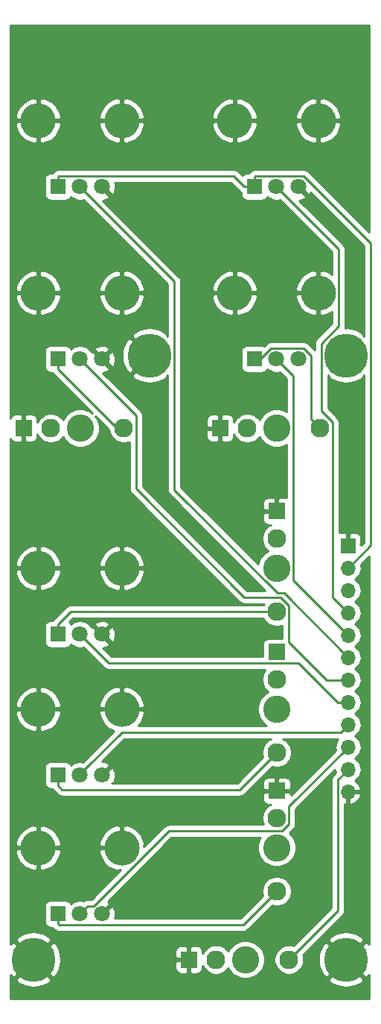
<source format=gbr>
G04 #@! TF.GenerationSoftware,KiCad,Pcbnew,(5.1.4-0-10_14)*
G04 #@! TF.CreationDate,2019-10-08T20:58:21-07:00*
G04 #@! TF.ProjectId,VCF_IO,5643465f-494f-42e6-9b69-6361645f7063,rev?*
G04 #@! TF.SameCoordinates,Original*
G04 #@! TF.FileFunction,Copper,L1,Top*
G04 #@! TF.FilePolarity,Positive*
%FSLAX46Y46*%
G04 Gerber Fmt 4.6, Leading zero omitted, Abs format (unit mm)*
G04 Created by KiCad (PCBNEW (5.1.4-0-10_14)) date 2019-10-08 20:58:21*
%MOMM*%
%LPD*%
G04 APERTURE LIST*
%ADD10C,3.100000*%
%ADD11C,2.130000*%
%ADD12R,1.830000X1.930000*%
%ADD13R,1.930000X1.830000*%
%ADD14R,1.800000X1.800000*%
%ADD15C,1.800000*%
%ADD16O,4.000000X4.000000*%
%ADD17R,1.700000X1.700000*%
%ADD18O,1.700000X1.700000*%
%ADD19C,5.000000*%
%ADD20C,0.250000*%
%ADD21C,0.254000*%
G04 APERTURE END LIST*
D10*
X91440000Y-154940000D03*
D11*
X96390000Y-154940000D03*
D12*
X84990000Y-154940000D03*
D11*
X88090000Y-154940000D03*
X69294000Y-94615000D03*
D12*
X66194000Y-94615000D03*
D11*
X77594000Y-94615000D03*
D10*
X72644000Y-94615000D03*
D11*
X94996000Y-107140000D03*
D13*
X94996000Y-104040000D03*
D11*
X94996000Y-115440000D03*
D10*
X94996000Y-110490000D03*
X94996000Y-126492000D03*
D11*
X94996000Y-131442000D03*
D13*
X94996000Y-120042000D03*
D11*
X94996000Y-123142000D03*
X94996000Y-138890000D03*
D13*
X94996000Y-135790000D03*
D11*
X94996000Y-147190000D03*
D10*
X94996000Y-142240000D03*
X94996000Y-94615000D03*
D11*
X99946000Y-94615000D03*
D12*
X88546000Y-94615000D03*
D11*
X91646000Y-94615000D03*
D14*
X70104000Y-67210000D03*
D15*
X72604000Y-67210000D03*
X75104000Y-67210000D03*
D16*
X67854000Y-59710000D03*
X77354000Y-59710000D03*
X77354000Y-110510000D03*
X67854000Y-110510000D03*
D15*
X75104000Y-118010000D03*
X72604000Y-118010000D03*
D14*
X70104000Y-118010000D03*
X70104000Y-134012000D03*
D15*
X72604000Y-134012000D03*
X75104000Y-134012000D03*
D16*
X67854000Y-126512000D03*
X77354000Y-126512000D03*
X77354000Y-79268000D03*
X67854000Y-79268000D03*
D15*
X75104000Y-86768000D03*
X72604000Y-86768000D03*
D14*
X70104000Y-86768000D03*
D16*
X77354000Y-142260000D03*
X67854000Y-142260000D03*
D15*
X75104000Y-149760000D03*
X72604000Y-149760000D03*
D14*
X70104000Y-149760000D03*
D17*
X103124000Y-107950000D03*
D18*
X103124000Y-110490000D03*
X103124000Y-113030000D03*
X103124000Y-115570000D03*
X103124000Y-118110000D03*
X103124000Y-120650000D03*
X103124000Y-123190000D03*
X103124000Y-125730000D03*
X103124000Y-128270000D03*
X103124000Y-130810000D03*
X103124000Y-133350000D03*
X103124000Y-135890000D03*
D16*
X99706000Y-59710000D03*
X90206000Y-59710000D03*
D15*
X97456000Y-67210000D03*
X94956000Y-67210000D03*
D14*
X92456000Y-67210000D03*
X92456000Y-86768000D03*
D15*
X94956000Y-86768000D03*
X97456000Y-86768000D03*
D16*
X90206000Y-79268000D03*
X99706000Y-79268000D03*
D19*
X80518000Y-86360000D03*
X67310000Y-154940000D03*
X102870000Y-86360000D03*
X102870000Y-154940000D03*
D20*
X76801000Y-94615000D02*
X77594000Y-94615000D01*
X70104000Y-87918000D02*
X76801000Y-94615000D01*
X70104000Y-86768000D02*
X70104000Y-87918000D01*
X71524000Y-115440000D02*
X70104000Y-116860000D01*
X70104000Y-116860000D02*
X70104000Y-118010000D01*
X94996000Y-115440000D02*
X71524000Y-115440000D01*
X70104000Y-133885000D02*
X70790998Y-133885000D01*
X70104000Y-135162000D02*
X70104000Y-134012000D01*
X70578000Y-135636000D02*
X70104000Y-135162000D01*
X90802000Y-135636000D02*
X70578000Y-135636000D01*
X94996000Y-131442000D02*
X90802000Y-135636000D01*
X91200999Y-150985001D02*
X93931001Y-148254999D01*
X93931001Y-148254999D02*
X94996000Y-147190000D01*
X70179001Y-150985001D02*
X91200999Y-150985001D01*
X70104000Y-150910000D02*
X70179001Y-150985001D01*
X70104000Y-149760000D02*
X70104000Y-150910000D01*
X98881001Y-86379999D02*
X98881001Y-93550001D01*
X98044001Y-85542999D02*
X98881001Y-86379999D01*
X94367999Y-85542999D02*
X98044001Y-85542999D01*
X98881001Y-93550001D02*
X99946000Y-94615000D01*
X93142998Y-86768000D02*
X94367999Y-85542999D01*
X92456000Y-86768000D02*
X93142998Y-86768000D01*
X101948999Y-149381001D02*
X97454999Y-153875001D01*
X101948999Y-134525001D02*
X101948999Y-149381001D01*
X97454999Y-153875001D02*
X96390000Y-154940000D01*
X103124000Y-133350000D02*
X101948999Y-134525001D01*
X91306000Y-67210000D02*
X92456000Y-67210000D01*
X90080999Y-65984999D02*
X91306000Y-67210000D01*
X70179001Y-65984999D02*
X90080999Y-65984999D01*
X70104000Y-66060000D02*
X70179001Y-65984999D01*
X70104000Y-67210000D02*
X70104000Y-66060000D01*
X92456000Y-66060000D02*
X92456000Y-67210000D01*
X92531001Y-65984999D02*
X92456000Y-66060000D01*
X98044001Y-65984999D02*
X92531001Y-65984999D01*
X105695001Y-73635999D02*
X98044001Y-65984999D01*
X105695001Y-107918999D02*
X105695001Y-73635999D01*
X103124000Y-110490000D02*
X105695001Y-107918999D01*
X102274001Y-114720001D02*
X103124000Y-115570000D01*
X94956000Y-67210000D02*
X102031001Y-74285001D01*
X101346000Y-93957798D02*
X101346000Y-113792000D01*
X100044999Y-92656797D02*
X101346000Y-93957798D01*
X100044999Y-85003999D02*
X100044999Y-92656797D01*
X102031001Y-83017997D02*
X100044999Y-85003999D01*
X102031001Y-74285001D02*
X102031001Y-83017997D01*
X101346000Y-113792000D02*
X102274001Y-114720001D01*
X103124000Y-118110000D02*
X96871001Y-111857001D01*
X96871001Y-88683001D02*
X94956000Y-86768000D01*
X96871001Y-111857001D02*
X96871001Y-88683001D01*
X73503999Y-68109999D02*
X72604000Y-67210000D01*
X103124000Y-120650000D02*
X95815990Y-113341990D01*
X95072988Y-113341990D02*
X83343001Y-101612003D01*
X83343001Y-101612003D02*
X83343001Y-77949001D01*
X95815990Y-113341990D02*
X95072988Y-113341990D01*
X83343001Y-77949001D02*
X73503999Y-68109999D01*
X103124000Y-123190000D02*
X100688798Y-123190000D01*
X96386001Y-114772799D02*
X95405202Y-113792000D01*
X96386001Y-118887203D02*
X96386001Y-114772799D01*
X100688798Y-123190000D02*
X96386001Y-118887203D01*
X95405202Y-113792000D02*
X91290798Y-113792000D01*
X73503999Y-87667999D02*
X72604000Y-86768000D01*
X78984001Y-101485203D02*
X78984001Y-93148001D01*
X78984001Y-93148001D02*
X73503999Y-87667999D01*
X91290798Y-113792000D02*
X78984001Y-101485203D01*
X73503999Y-118909999D02*
X72604000Y-118010000D01*
X75876001Y-121282001D02*
X73503999Y-118909999D01*
X97473920Y-121282001D02*
X75876001Y-121282001D01*
X101921919Y-125730000D02*
X97473920Y-121282001D01*
X103124000Y-125730000D02*
X101921919Y-125730000D01*
X73503999Y-132985001D02*
X72604000Y-133885000D01*
X77369001Y-129119999D02*
X73503999Y-132985001D01*
X102274001Y-129119999D02*
X77369001Y-129119999D01*
X103124000Y-128270000D02*
X102274001Y-129119999D01*
X73503999Y-148860001D02*
X72604000Y-149760000D01*
X74195001Y-148860001D02*
X73503999Y-148860001D01*
X82690003Y-140364999D02*
X74195001Y-148860001D01*
X95578203Y-140364999D02*
X82690003Y-140364999D01*
X96386001Y-139557201D02*
X95578203Y-140364999D01*
X96386001Y-137547999D02*
X96386001Y-139557201D01*
X103124000Y-130810000D02*
X96386001Y-137547999D01*
D21*
G36*
X105512000Y-72378196D02*
G01*
X98607805Y-65474002D01*
X98584002Y-65444998D01*
X98468277Y-65350025D01*
X98336248Y-65279453D01*
X98192987Y-65235996D01*
X98081334Y-65224999D01*
X98081323Y-65224999D01*
X98044001Y-65221323D01*
X98006679Y-65224999D01*
X92568323Y-65224999D01*
X92531000Y-65221323D01*
X92493678Y-65224999D01*
X92493668Y-65224999D01*
X92382015Y-65235996D01*
X92238754Y-65279453D01*
X92106725Y-65350025D01*
X91991000Y-65444998D01*
X91967200Y-65473998D01*
X91945000Y-65496198D01*
X91915999Y-65519999D01*
X91860871Y-65587174D01*
X91821026Y-65635724D01*
X91801674Y-65671928D01*
X91556000Y-65671928D01*
X91431518Y-65684188D01*
X91311820Y-65720498D01*
X91201506Y-65779463D01*
X91104815Y-65858815D01*
X91070919Y-65900118D01*
X90644803Y-65474002D01*
X90621000Y-65444998D01*
X90505275Y-65350025D01*
X90373246Y-65279453D01*
X90229985Y-65235996D01*
X90118332Y-65224999D01*
X90118321Y-65224999D01*
X90080999Y-65221323D01*
X90043677Y-65224999D01*
X70216323Y-65224999D01*
X70179000Y-65221323D01*
X70141678Y-65224999D01*
X70141668Y-65224999D01*
X70030015Y-65235996D01*
X69886754Y-65279453D01*
X69754725Y-65350025D01*
X69639000Y-65444998D01*
X69615200Y-65473998D01*
X69592996Y-65496203D01*
X69564000Y-65519999D01*
X69540202Y-65548997D01*
X69540201Y-65548998D01*
X69469026Y-65635724D01*
X69449674Y-65671928D01*
X69204000Y-65671928D01*
X69079518Y-65684188D01*
X68959820Y-65720498D01*
X68849506Y-65779463D01*
X68752815Y-65858815D01*
X68673463Y-65955506D01*
X68614498Y-66065820D01*
X68578188Y-66185518D01*
X68565928Y-66310000D01*
X68565928Y-68110000D01*
X68578188Y-68234482D01*
X68614498Y-68354180D01*
X68673463Y-68464494D01*
X68752815Y-68561185D01*
X68849506Y-68640537D01*
X68959820Y-68699502D01*
X69079518Y-68735812D01*
X69204000Y-68748072D01*
X71004000Y-68748072D01*
X71128482Y-68735812D01*
X71248180Y-68699502D01*
X71358494Y-68640537D01*
X71455185Y-68561185D01*
X71534537Y-68464494D01*
X71587880Y-68364697D01*
X71625495Y-68402312D01*
X71876905Y-68570299D01*
X72156257Y-68686011D01*
X72452816Y-68745000D01*
X72755184Y-68745000D01*
X73012930Y-68693731D01*
X82583002Y-78263804D01*
X82583002Y-84115390D01*
X82541542Y-84156850D01*
X82265373Y-83738882D01*
X81720443Y-83448351D01*
X81129304Y-83269713D01*
X80514672Y-83209832D01*
X79900169Y-83271010D01*
X79309408Y-83450897D01*
X78770627Y-83738882D01*
X78494457Y-84156852D01*
X80518000Y-86180395D01*
X80532143Y-86166253D01*
X80711748Y-86345858D01*
X80697605Y-86360000D01*
X80711748Y-86374143D01*
X80532143Y-86553748D01*
X80518000Y-86539605D01*
X78494457Y-88563148D01*
X78770627Y-88981118D01*
X79315557Y-89271649D01*
X79906696Y-89450287D01*
X80521328Y-89510168D01*
X81135831Y-89448990D01*
X81726592Y-89269103D01*
X82265373Y-88981118D01*
X82541542Y-88563150D01*
X82583002Y-88604610D01*
X82583001Y-101574681D01*
X82579325Y-101612003D01*
X82583001Y-101649325D01*
X82583001Y-101649335D01*
X82593998Y-101760988D01*
X82598992Y-101777450D01*
X82637455Y-101904249D01*
X82708027Y-102036279D01*
X82747872Y-102084829D01*
X82803000Y-102152004D01*
X82832004Y-102175807D01*
X93688196Y-113032000D01*
X91605600Y-113032000D01*
X79744001Y-101170402D01*
X79744001Y-93185323D01*
X79747677Y-93148000D01*
X79744001Y-93110677D01*
X79744001Y-93110668D01*
X79733004Y-92999015D01*
X79689547Y-92855754D01*
X79618975Y-92723724D01*
X79547800Y-92636998D01*
X79524002Y-92608000D01*
X79495004Y-92584202D01*
X75213659Y-88302858D01*
X75469907Y-88266397D01*
X75755199Y-88166222D01*
X75904792Y-88086261D01*
X75988475Y-87832080D01*
X75104000Y-86947605D01*
X75089858Y-86961748D01*
X74910253Y-86782143D01*
X74924395Y-86768000D01*
X75283605Y-86768000D01*
X76168080Y-87652475D01*
X76422261Y-87568792D01*
X76553158Y-87296225D01*
X76628365Y-87003358D01*
X76644991Y-86701447D01*
X76602397Y-86402093D01*
X76588786Y-86363328D01*
X77367832Y-86363328D01*
X77429010Y-86977831D01*
X77608897Y-87568592D01*
X77896882Y-88107373D01*
X78314852Y-88383543D01*
X80338395Y-86360000D01*
X78314852Y-84336457D01*
X77896882Y-84612627D01*
X77606351Y-85157557D01*
X77427713Y-85748696D01*
X77367832Y-86363328D01*
X76588786Y-86363328D01*
X76502222Y-86116801D01*
X76422261Y-85967208D01*
X76168080Y-85883525D01*
X75283605Y-86768000D01*
X74924395Y-86768000D01*
X74039920Y-85883525D01*
X73891738Y-85932310D01*
X73796312Y-85789495D01*
X73710737Y-85703920D01*
X74219525Y-85703920D01*
X75104000Y-86588395D01*
X75988475Y-85703920D01*
X75904792Y-85449739D01*
X75632225Y-85318842D01*
X75339358Y-85243635D01*
X75037447Y-85227009D01*
X74738093Y-85269603D01*
X74452801Y-85369778D01*
X74303208Y-85449739D01*
X74219525Y-85703920D01*
X73710737Y-85703920D01*
X73582505Y-85575688D01*
X73331095Y-85407701D01*
X73051743Y-85291989D01*
X72755184Y-85233000D01*
X72452816Y-85233000D01*
X72156257Y-85291989D01*
X71876905Y-85407701D01*
X71625495Y-85575688D01*
X71587880Y-85613303D01*
X71534537Y-85513506D01*
X71455185Y-85416815D01*
X71358494Y-85337463D01*
X71248180Y-85278498D01*
X71128482Y-85242188D01*
X71004000Y-85229928D01*
X69204000Y-85229928D01*
X69079518Y-85242188D01*
X68959820Y-85278498D01*
X68849506Y-85337463D01*
X68752815Y-85416815D01*
X68673463Y-85513506D01*
X68614498Y-85623820D01*
X68578188Y-85743518D01*
X68565928Y-85868000D01*
X68565928Y-87668000D01*
X68578188Y-87792482D01*
X68614498Y-87912180D01*
X68673463Y-88022494D01*
X68752815Y-88119185D01*
X68849506Y-88198537D01*
X68959820Y-88257502D01*
X69079518Y-88293812D01*
X69204000Y-88306072D01*
X69449674Y-88306072D01*
X69469026Y-88342276D01*
X69530353Y-88417002D01*
X69564000Y-88458001D01*
X69592998Y-88481799D01*
X74013176Y-92901977D01*
X73678985Y-92678678D01*
X73281341Y-92513969D01*
X72859204Y-92430000D01*
X72428796Y-92430000D01*
X72006659Y-92513969D01*
X71609015Y-92678678D01*
X71251144Y-92917800D01*
X70946800Y-93222144D01*
X70707678Y-93580015D01*
X70684465Y-93636057D01*
X70614477Y-93531313D01*
X70377687Y-93294523D01*
X70099252Y-93108479D01*
X69789872Y-92980330D01*
X69461435Y-92915000D01*
X69126565Y-92915000D01*
X68798128Y-92980330D01*
X68488748Y-93108479D01*
X68210313Y-93294523D01*
X67973523Y-93531313D01*
X67787479Y-93809748D01*
X67745895Y-93910140D01*
X67747072Y-93650000D01*
X67734812Y-93525518D01*
X67698502Y-93405820D01*
X67639537Y-93295506D01*
X67560185Y-93198815D01*
X67463494Y-93119463D01*
X67353180Y-93060498D01*
X67233482Y-93024188D01*
X67109000Y-93011928D01*
X66479750Y-93015000D01*
X66321000Y-93173750D01*
X66321000Y-94488000D01*
X66341000Y-94488000D01*
X66341000Y-94742000D01*
X66321000Y-94742000D01*
X66321000Y-96056250D01*
X66479750Y-96215000D01*
X67109000Y-96218072D01*
X67233482Y-96205812D01*
X67353180Y-96169502D01*
X67463494Y-96110537D01*
X67560185Y-96031185D01*
X67639537Y-95934494D01*
X67698502Y-95824180D01*
X67734812Y-95704482D01*
X67747072Y-95580000D01*
X67745895Y-95319860D01*
X67787479Y-95420252D01*
X67973523Y-95698687D01*
X68210313Y-95935477D01*
X68488748Y-96121521D01*
X68798128Y-96249670D01*
X69126565Y-96315000D01*
X69461435Y-96315000D01*
X69789872Y-96249670D01*
X70099252Y-96121521D01*
X70377687Y-95935477D01*
X70614477Y-95698687D01*
X70684465Y-95593943D01*
X70707678Y-95649985D01*
X70946800Y-96007856D01*
X71251144Y-96312200D01*
X71609015Y-96551322D01*
X72006659Y-96716031D01*
X72428796Y-96800000D01*
X72859204Y-96800000D01*
X73281341Y-96716031D01*
X73678985Y-96551322D01*
X74036856Y-96312200D01*
X74341200Y-96007856D01*
X74580322Y-95649985D01*
X74745031Y-95252341D01*
X74829000Y-94830204D01*
X74829000Y-94399796D01*
X74745031Y-93977659D01*
X74580322Y-93580015D01*
X74357023Y-93245825D01*
X75894091Y-94782893D01*
X75959330Y-95110872D01*
X76087479Y-95420252D01*
X76273523Y-95698687D01*
X76510313Y-95935477D01*
X76788748Y-96121521D01*
X77098128Y-96249670D01*
X77426565Y-96315000D01*
X77761435Y-96315000D01*
X78089872Y-96249670D01*
X78224002Y-96194112D01*
X78224001Y-101447881D01*
X78220325Y-101485203D01*
X78224001Y-101522525D01*
X78224001Y-101522535D01*
X78234998Y-101634188D01*
X78273462Y-101760988D01*
X78278455Y-101777449D01*
X78349027Y-101909479D01*
X78388872Y-101958029D01*
X78444000Y-102025204D01*
X78473004Y-102049007D01*
X90726998Y-114303002D01*
X90750797Y-114332001D01*
X90866522Y-114426974D01*
X90998551Y-114497546D01*
X91141812Y-114541003D01*
X91253465Y-114552000D01*
X91253474Y-114552000D01*
X91290797Y-114555676D01*
X91328120Y-114552000D01*
X93544769Y-114552000D01*
X93489479Y-114634748D01*
X93470735Y-114680000D01*
X71561322Y-114680000D01*
X71523999Y-114676324D01*
X71486676Y-114680000D01*
X71486667Y-114680000D01*
X71375014Y-114690997D01*
X71231753Y-114734454D01*
X71099724Y-114805026D01*
X70983999Y-114899999D01*
X70960201Y-114928997D01*
X69593003Y-116296196D01*
X69563999Y-116319999D01*
X69508871Y-116387174D01*
X69469026Y-116435724D01*
X69449674Y-116471928D01*
X69204000Y-116471928D01*
X69079518Y-116484188D01*
X68959820Y-116520498D01*
X68849506Y-116579463D01*
X68752815Y-116658815D01*
X68673463Y-116755506D01*
X68614498Y-116865820D01*
X68578188Y-116985518D01*
X68565928Y-117110000D01*
X68565928Y-118910000D01*
X68578188Y-119034482D01*
X68614498Y-119154180D01*
X68673463Y-119264494D01*
X68752815Y-119361185D01*
X68849506Y-119440537D01*
X68959820Y-119499502D01*
X69079518Y-119535812D01*
X69204000Y-119548072D01*
X71004000Y-119548072D01*
X71128482Y-119535812D01*
X71248180Y-119499502D01*
X71358494Y-119440537D01*
X71455185Y-119361185D01*
X71534537Y-119264494D01*
X71587880Y-119164697D01*
X71625495Y-119202312D01*
X71876905Y-119370299D01*
X72156257Y-119486011D01*
X72452816Y-119545000D01*
X72755184Y-119545000D01*
X73012930Y-119493731D01*
X75312206Y-121793009D01*
X75336000Y-121822002D01*
X75364993Y-121845796D01*
X75364997Y-121845800D01*
X75419716Y-121890706D01*
X75451725Y-121916975D01*
X75583754Y-121987547D01*
X75727015Y-122031004D01*
X75838668Y-122042001D01*
X75838677Y-122042001D01*
X75876000Y-122045677D01*
X75913323Y-122042001D01*
X93691835Y-122042001D01*
X93675523Y-122058313D01*
X93489479Y-122336748D01*
X93361330Y-122646128D01*
X93296000Y-122974565D01*
X93296000Y-123309435D01*
X93361330Y-123637872D01*
X93489479Y-123947252D01*
X93675523Y-124225687D01*
X93912313Y-124462477D01*
X94017057Y-124532465D01*
X93961015Y-124555678D01*
X93603144Y-124794800D01*
X93298800Y-125099144D01*
X93059678Y-125457015D01*
X92894969Y-125854659D01*
X92811000Y-126276796D01*
X92811000Y-126707204D01*
X92894969Y-127129341D01*
X93059678Y-127526985D01*
X93298800Y-127884856D01*
X93603144Y-128189200D01*
X93858763Y-128359999D01*
X79232010Y-128359999D01*
X79233822Y-128358485D01*
X79557933Y-127956270D01*
X79797348Y-127498553D01*
X79933667Y-127049162D01*
X79826991Y-126639000D01*
X77481000Y-126639000D01*
X77481000Y-126659000D01*
X77227000Y-126659000D01*
X77227000Y-126639000D01*
X74881009Y-126639000D01*
X74774333Y-127049162D01*
X74910652Y-127498553D01*
X75150067Y-127956270D01*
X75474178Y-128358485D01*
X75870530Y-128689740D01*
X76323890Y-128937306D01*
X76440406Y-128973792D01*
X72993002Y-132421197D01*
X72992996Y-132421202D01*
X72907000Y-132507198D01*
X72755184Y-132477000D01*
X72452816Y-132477000D01*
X72156257Y-132535989D01*
X71876905Y-132651701D01*
X71625495Y-132819688D01*
X71587880Y-132857303D01*
X71534537Y-132757506D01*
X71455185Y-132660815D01*
X71358494Y-132581463D01*
X71248180Y-132522498D01*
X71128482Y-132486188D01*
X71004000Y-132473928D01*
X69204000Y-132473928D01*
X69079518Y-132486188D01*
X68959820Y-132522498D01*
X68849506Y-132581463D01*
X68752815Y-132660815D01*
X68673463Y-132757506D01*
X68614498Y-132867820D01*
X68578188Y-132987518D01*
X68565928Y-133112000D01*
X68565928Y-134912000D01*
X68578188Y-135036482D01*
X68614498Y-135156180D01*
X68673463Y-135266494D01*
X68752815Y-135363185D01*
X68849506Y-135442537D01*
X68959820Y-135501502D01*
X69079518Y-135537812D01*
X69204000Y-135550072D01*
X69449674Y-135550072D01*
X69469026Y-135586276D01*
X69508871Y-135634826D01*
X69563999Y-135702001D01*
X69593003Y-135725804D01*
X70014196Y-136146997D01*
X70037999Y-136176001D01*
X70153724Y-136270974D01*
X70285753Y-136341546D01*
X70429014Y-136385003D01*
X70540667Y-136396000D01*
X70540676Y-136396000D01*
X70577999Y-136399676D01*
X70615322Y-136396000D01*
X90764678Y-136396000D01*
X90802000Y-136399676D01*
X90839322Y-136396000D01*
X90839333Y-136396000D01*
X90950986Y-136385003D01*
X91094247Y-136341546D01*
X91226276Y-136270974D01*
X91342001Y-136176001D01*
X91365804Y-136146997D01*
X92637801Y-134875000D01*
X93392928Y-134875000D01*
X93396000Y-135504250D01*
X93554750Y-135663000D01*
X94869000Y-135663000D01*
X94869000Y-134398750D01*
X95123000Y-134398750D01*
X95123000Y-135663000D01*
X96437250Y-135663000D01*
X96596000Y-135504250D01*
X96599072Y-134875000D01*
X96586812Y-134750518D01*
X96550502Y-134630820D01*
X96491537Y-134520506D01*
X96412185Y-134423815D01*
X96315494Y-134344463D01*
X96205180Y-134285498D01*
X96085482Y-134249188D01*
X95961000Y-134236928D01*
X95281750Y-134240000D01*
X95123000Y-134398750D01*
X94869000Y-134398750D01*
X94710250Y-134240000D01*
X94031000Y-134236928D01*
X93906518Y-134249188D01*
X93786820Y-134285498D01*
X93676506Y-134344463D01*
X93579815Y-134423815D01*
X93500463Y-134520506D01*
X93441498Y-134630820D01*
X93405188Y-134750518D01*
X93392928Y-134875000D01*
X92637801Y-134875000D01*
X94454876Y-133057926D01*
X94500128Y-133076670D01*
X94828565Y-133142000D01*
X95163435Y-133142000D01*
X95491872Y-133076670D01*
X95801252Y-132948521D01*
X96079687Y-132762477D01*
X96316477Y-132525687D01*
X96502521Y-132247252D01*
X96630670Y-131937872D01*
X96696000Y-131609435D01*
X96696000Y-131274565D01*
X96630670Y-130946128D01*
X96502521Y-130636748D01*
X96316477Y-130358313D01*
X96079687Y-130121523D01*
X95801252Y-129935479D01*
X95667311Y-129879999D01*
X101966172Y-129879999D01*
X101883294Y-129980986D01*
X101745401Y-130238966D01*
X101660487Y-130518889D01*
X101631815Y-130810000D01*
X101660487Y-131101111D01*
X101683203Y-131175995D01*
X96596911Y-136262288D01*
X96596000Y-136075750D01*
X96437250Y-135917000D01*
X95123000Y-135917000D01*
X95123000Y-135937000D01*
X94869000Y-135937000D01*
X94869000Y-135917000D01*
X93554750Y-135917000D01*
X93396000Y-136075750D01*
X93392928Y-136705000D01*
X93405188Y-136829482D01*
X93441498Y-136949180D01*
X93500463Y-137059494D01*
X93579815Y-137156185D01*
X93676506Y-137235537D01*
X93786820Y-137294502D01*
X93906518Y-137330812D01*
X94031000Y-137343072D01*
X94291140Y-137341895D01*
X94190748Y-137383479D01*
X93912313Y-137569523D01*
X93675523Y-137806313D01*
X93489479Y-138084748D01*
X93361330Y-138394128D01*
X93296000Y-138722565D01*
X93296000Y-139057435D01*
X93361330Y-139385872D01*
X93452095Y-139604999D01*
X82727325Y-139604999D01*
X82690002Y-139601323D01*
X82652679Y-139604999D01*
X82652670Y-139604999D01*
X82541017Y-139615996D01*
X82397756Y-139659453D01*
X82265726Y-139730025D01*
X82196534Y-139786810D01*
X82150002Y-139824998D01*
X82126204Y-139853996D01*
X79847202Y-142132998D01*
X79826992Y-142132998D01*
X79933667Y-141722838D01*
X79797348Y-141273447D01*
X79557933Y-140815730D01*
X79233822Y-140413515D01*
X78837470Y-140082260D01*
X78384110Y-139834694D01*
X77891163Y-139680331D01*
X77481000Y-139786810D01*
X77481000Y-142133000D01*
X77501000Y-142133000D01*
X77501000Y-142387000D01*
X77481000Y-142387000D01*
X77481000Y-142407000D01*
X77227000Y-142407000D01*
X77227000Y-142387000D01*
X74881009Y-142387000D01*
X74774333Y-142797162D01*
X74910652Y-143246553D01*
X75150067Y-143704270D01*
X75474178Y-144106485D01*
X75870530Y-144437740D01*
X76323890Y-144685306D01*
X76816837Y-144839669D01*
X77226998Y-144733191D01*
X77226998Y-144753203D01*
X73880200Y-148100001D01*
X73541324Y-148100001D01*
X73503999Y-148096325D01*
X73466674Y-148100001D01*
X73466666Y-148100001D01*
X73355013Y-148110998D01*
X73211752Y-148154455D01*
X73079723Y-148225027D01*
X73016435Y-148276966D01*
X72755184Y-148225000D01*
X72452816Y-148225000D01*
X72156257Y-148283989D01*
X71876905Y-148399701D01*
X71625495Y-148567688D01*
X71587880Y-148605303D01*
X71534537Y-148505506D01*
X71455185Y-148408815D01*
X71358494Y-148329463D01*
X71248180Y-148270498D01*
X71128482Y-148234188D01*
X71004000Y-148221928D01*
X69204000Y-148221928D01*
X69079518Y-148234188D01*
X68959820Y-148270498D01*
X68849506Y-148329463D01*
X68752815Y-148408815D01*
X68673463Y-148505506D01*
X68614498Y-148615820D01*
X68578188Y-148735518D01*
X68565928Y-148860000D01*
X68565928Y-150660000D01*
X68578188Y-150784482D01*
X68614498Y-150904180D01*
X68673463Y-151014494D01*
X68752815Y-151111185D01*
X68849506Y-151190537D01*
X68959820Y-151249502D01*
X69079518Y-151285812D01*
X69204000Y-151298072D01*
X69449674Y-151298072D01*
X69469026Y-151334276D01*
X69540201Y-151421002D01*
X69564000Y-151450001D01*
X69592996Y-151473797D01*
X69615200Y-151496002D01*
X69639000Y-151525002D01*
X69754725Y-151619975D01*
X69886754Y-151690547D01*
X70030015Y-151734004D01*
X70141668Y-151745001D01*
X70141678Y-151745001D01*
X70179000Y-151748677D01*
X70216323Y-151745001D01*
X91163677Y-151745001D01*
X91200999Y-151748677D01*
X91238321Y-151745001D01*
X91238332Y-151745001D01*
X91349985Y-151734004D01*
X91493246Y-151690547D01*
X91625275Y-151619975D01*
X91741000Y-151525002D01*
X91764803Y-151495998D01*
X94454876Y-148805926D01*
X94500128Y-148824670D01*
X94828565Y-148890000D01*
X95163435Y-148890000D01*
X95491872Y-148824670D01*
X95801252Y-148696521D01*
X96079687Y-148510477D01*
X96316477Y-148273687D01*
X96502521Y-147995252D01*
X96630670Y-147685872D01*
X96696000Y-147357435D01*
X96696000Y-147022565D01*
X96630670Y-146694128D01*
X96502521Y-146384748D01*
X96316477Y-146106313D01*
X96079687Y-145869523D01*
X95801252Y-145683479D01*
X95491872Y-145555330D01*
X95163435Y-145490000D01*
X94828565Y-145490000D01*
X94500128Y-145555330D01*
X94190748Y-145683479D01*
X93912313Y-145869523D01*
X93675523Y-146106313D01*
X93489479Y-146384748D01*
X93361330Y-146694128D01*
X93296000Y-147022565D01*
X93296000Y-147357435D01*
X93361330Y-147685872D01*
X93380074Y-147731124D01*
X90886198Y-150225001D01*
X76569394Y-150225001D01*
X76628365Y-149995358D01*
X76644991Y-149693447D01*
X76602397Y-149394093D01*
X76502222Y-149108801D01*
X76422261Y-148959208D01*
X76168080Y-148875525D01*
X75283605Y-149760000D01*
X75297748Y-149774143D01*
X75118143Y-149953748D01*
X75104000Y-149939605D01*
X75089858Y-149953748D01*
X74910253Y-149774143D01*
X74924395Y-149760000D01*
X74910253Y-149745858D01*
X75089858Y-149566253D01*
X75104000Y-149580395D01*
X75988475Y-148695920D01*
X75904792Y-148441739D01*
X75758378Y-148371425D01*
X83004805Y-141124999D01*
X93113143Y-141124999D01*
X93059678Y-141205015D01*
X92894969Y-141602659D01*
X92811000Y-142024796D01*
X92811000Y-142455204D01*
X92894969Y-142877341D01*
X93059678Y-143274985D01*
X93298800Y-143632856D01*
X93603144Y-143937200D01*
X93961015Y-144176322D01*
X94358659Y-144341031D01*
X94780796Y-144425000D01*
X95211204Y-144425000D01*
X95633341Y-144341031D01*
X96030985Y-144176322D01*
X96388856Y-143937200D01*
X96693200Y-143632856D01*
X96932322Y-143274985D01*
X97097031Y-142877341D01*
X97181000Y-142455204D01*
X97181000Y-142024796D01*
X97097031Y-141602659D01*
X96932322Y-141205015D01*
X96693200Y-140847144D01*
X96432030Y-140585974D01*
X96897003Y-140121000D01*
X96926002Y-140097202D01*
X96960636Y-140055000D01*
X97020975Y-139981478D01*
X97091547Y-139849448D01*
X97098964Y-139824998D01*
X97135004Y-139706187D01*
X97146001Y-139594534D01*
X97146001Y-139594524D01*
X97149677Y-139557201D01*
X97146001Y-139519878D01*
X97146001Y-137862800D01*
X101634235Y-133374567D01*
X101660487Y-133641111D01*
X101683203Y-133715996D01*
X101438002Y-133961197D01*
X101408998Y-133985000D01*
X101368797Y-134033986D01*
X101314025Y-134100725D01*
X101265448Y-134191605D01*
X101243453Y-134232755D01*
X101199996Y-134376016D01*
X101188999Y-134487669D01*
X101188999Y-134487679D01*
X101185323Y-134525001D01*
X101188999Y-134562323D01*
X101189000Y-149066198D01*
X96944002Y-153311197D01*
X96943996Y-153311202D01*
X96931124Y-153324074D01*
X96885872Y-153305330D01*
X96557435Y-153240000D01*
X96222565Y-153240000D01*
X95894128Y-153305330D01*
X95584748Y-153433479D01*
X95306313Y-153619523D01*
X95069523Y-153856313D01*
X94883479Y-154134748D01*
X94755330Y-154444128D01*
X94690000Y-154772565D01*
X94690000Y-155107435D01*
X94755330Y-155435872D01*
X94883479Y-155745252D01*
X95069523Y-156023687D01*
X95306313Y-156260477D01*
X95584748Y-156446521D01*
X95894128Y-156574670D01*
X96222565Y-156640000D01*
X96557435Y-156640000D01*
X96885872Y-156574670D01*
X97195252Y-156446521D01*
X97473687Y-156260477D01*
X97710477Y-156023687D01*
X97896521Y-155745252D01*
X98024670Y-155435872D01*
X98090000Y-155107435D01*
X98090000Y-154943328D01*
X99719832Y-154943328D01*
X99781010Y-155557831D01*
X99960897Y-156148592D01*
X100248882Y-156687373D01*
X100666852Y-156963543D01*
X102690395Y-154940000D01*
X100666852Y-152916457D01*
X100248882Y-153192627D01*
X99958351Y-153737557D01*
X99779713Y-154328696D01*
X99719832Y-154943328D01*
X98090000Y-154943328D01*
X98090000Y-154772565D01*
X98024670Y-154444128D01*
X98005926Y-154398876D01*
X98018798Y-154386004D01*
X98018803Y-154385998D01*
X99667949Y-152736852D01*
X100846457Y-152736852D01*
X102870000Y-154760395D01*
X104893543Y-152736852D01*
X104617373Y-152318882D01*
X104072443Y-152028351D01*
X103481304Y-151849713D01*
X102866672Y-151789832D01*
X102252169Y-151851010D01*
X101661408Y-152030897D01*
X101122627Y-152318882D01*
X100846457Y-152736852D01*
X99667949Y-152736852D01*
X102460002Y-149944800D01*
X102489000Y-149921002D01*
X102583973Y-149805277D01*
X102654545Y-149673248D01*
X102698002Y-149529987D01*
X102708999Y-149418334D01*
X102708999Y-149418326D01*
X102712675Y-149381001D01*
X102708999Y-149343676D01*
X102708999Y-137310868D01*
X102767109Y-137331481D01*
X102997000Y-137210814D01*
X102997000Y-136017000D01*
X103251000Y-136017000D01*
X103251000Y-137210814D01*
X103480891Y-137331481D01*
X103755252Y-137234157D01*
X104005355Y-137085178D01*
X104221588Y-136890269D01*
X104395641Y-136656920D01*
X104520825Y-136394099D01*
X104565476Y-136246890D01*
X104444155Y-136017000D01*
X103251000Y-136017000D01*
X102997000Y-136017000D01*
X102977000Y-136017000D01*
X102977000Y-135763000D01*
X102997000Y-135763000D01*
X102997000Y-135743000D01*
X103251000Y-135743000D01*
X103251000Y-135763000D01*
X104444155Y-135763000D01*
X104565476Y-135533110D01*
X104520825Y-135385901D01*
X104395641Y-135123080D01*
X104221588Y-134889731D01*
X104005355Y-134694822D01*
X103888477Y-134625201D01*
X103953014Y-134590706D01*
X104179134Y-134405134D01*
X104364706Y-134179014D01*
X104502599Y-133921034D01*
X104587513Y-133641111D01*
X104616185Y-133350000D01*
X104587513Y-133058889D01*
X104502599Y-132778966D01*
X104364706Y-132520986D01*
X104179134Y-132294866D01*
X103953014Y-132109294D01*
X103898209Y-132080000D01*
X103953014Y-132050706D01*
X104179134Y-131865134D01*
X104364706Y-131639014D01*
X104502599Y-131381034D01*
X104587513Y-131101111D01*
X104616185Y-130810000D01*
X104587513Y-130518889D01*
X104502599Y-130238966D01*
X104364706Y-129980986D01*
X104179134Y-129754866D01*
X103953014Y-129569294D01*
X103898209Y-129540000D01*
X103953014Y-129510706D01*
X104179134Y-129325134D01*
X104364706Y-129099014D01*
X104502599Y-128841034D01*
X104587513Y-128561111D01*
X104616185Y-128270000D01*
X104587513Y-127978889D01*
X104502599Y-127698966D01*
X104364706Y-127440986D01*
X104179134Y-127214866D01*
X103953014Y-127029294D01*
X103898209Y-127000000D01*
X103953014Y-126970706D01*
X104179134Y-126785134D01*
X104364706Y-126559014D01*
X104502599Y-126301034D01*
X104587513Y-126021111D01*
X104616185Y-125730000D01*
X104587513Y-125438889D01*
X104502599Y-125158966D01*
X104364706Y-124900986D01*
X104179134Y-124674866D01*
X103953014Y-124489294D01*
X103898209Y-124460000D01*
X103953014Y-124430706D01*
X104179134Y-124245134D01*
X104364706Y-124019014D01*
X104502599Y-123761034D01*
X104587513Y-123481111D01*
X104616185Y-123190000D01*
X104587513Y-122898889D01*
X104502599Y-122618966D01*
X104364706Y-122360986D01*
X104179134Y-122134866D01*
X103953014Y-121949294D01*
X103898209Y-121920000D01*
X103953014Y-121890706D01*
X104179134Y-121705134D01*
X104364706Y-121479014D01*
X104502599Y-121221034D01*
X104587513Y-120941111D01*
X104616185Y-120650000D01*
X104587513Y-120358889D01*
X104502599Y-120078966D01*
X104364706Y-119820986D01*
X104179134Y-119594866D01*
X103953014Y-119409294D01*
X103898209Y-119380000D01*
X103953014Y-119350706D01*
X104179134Y-119165134D01*
X104364706Y-118939014D01*
X104502599Y-118681034D01*
X104587513Y-118401111D01*
X104616185Y-118110000D01*
X104587513Y-117818889D01*
X104502599Y-117538966D01*
X104364706Y-117280986D01*
X104179134Y-117054866D01*
X103953014Y-116869294D01*
X103898209Y-116840000D01*
X103953014Y-116810706D01*
X104179134Y-116625134D01*
X104364706Y-116399014D01*
X104502599Y-116141034D01*
X104587513Y-115861111D01*
X104616185Y-115570000D01*
X104587513Y-115278889D01*
X104502599Y-114998966D01*
X104364706Y-114740986D01*
X104179134Y-114514866D01*
X103953014Y-114329294D01*
X103898209Y-114300000D01*
X103953014Y-114270706D01*
X104179134Y-114085134D01*
X104364706Y-113859014D01*
X104502599Y-113601034D01*
X104587513Y-113321111D01*
X104616185Y-113030000D01*
X104587513Y-112738889D01*
X104502599Y-112458966D01*
X104364706Y-112200986D01*
X104179134Y-111974866D01*
X103953014Y-111789294D01*
X103898209Y-111760000D01*
X103953014Y-111730706D01*
X104179134Y-111545134D01*
X104364706Y-111319014D01*
X104502599Y-111061034D01*
X104587513Y-110781111D01*
X104616185Y-110490000D01*
X104587513Y-110198889D01*
X104564797Y-110124005D01*
X105512001Y-109176802D01*
X105512001Y-153231696D01*
X105491118Y-153192627D01*
X105073148Y-152916457D01*
X103049605Y-154940000D01*
X105073148Y-156963543D01*
X105491118Y-156687373D01*
X105512001Y-156648204D01*
X105512001Y-159360000D01*
X64668000Y-159360000D01*
X64668000Y-157143148D01*
X65286457Y-157143148D01*
X65562627Y-157561118D01*
X66107557Y-157851649D01*
X66698696Y-158030287D01*
X67313328Y-158090168D01*
X67927831Y-158028990D01*
X68518592Y-157849103D01*
X69057373Y-157561118D01*
X69333543Y-157143148D01*
X100846457Y-157143148D01*
X101122627Y-157561118D01*
X101667557Y-157851649D01*
X102258696Y-158030287D01*
X102873328Y-158090168D01*
X103487831Y-158028990D01*
X104078592Y-157849103D01*
X104617373Y-157561118D01*
X104893543Y-157143148D01*
X102870000Y-155119605D01*
X100846457Y-157143148D01*
X69333543Y-157143148D01*
X67310000Y-155119605D01*
X65286457Y-157143148D01*
X64668000Y-157143148D01*
X64668000Y-156648306D01*
X64688882Y-156687373D01*
X65106852Y-156963543D01*
X67130395Y-154940000D01*
X67489605Y-154940000D01*
X69513148Y-156963543D01*
X69931118Y-156687373D01*
X70221649Y-156142443D01*
X70293402Y-155905000D01*
X83436928Y-155905000D01*
X83449188Y-156029482D01*
X83485498Y-156149180D01*
X83544463Y-156259494D01*
X83623815Y-156356185D01*
X83720506Y-156435537D01*
X83830820Y-156494502D01*
X83950518Y-156530812D01*
X84075000Y-156543072D01*
X84704250Y-156540000D01*
X84863000Y-156381250D01*
X84863000Y-155067000D01*
X83598750Y-155067000D01*
X83440000Y-155225750D01*
X83436928Y-155905000D01*
X70293402Y-155905000D01*
X70400287Y-155551304D01*
X70460168Y-154936672D01*
X70398990Y-154322169D01*
X70293277Y-153975000D01*
X83436928Y-153975000D01*
X83440000Y-154654250D01*
X83598750Y-154813000D01*
X84863000Y-154813000D01*
X84863000Y-153498750D01*
X85117000Y-153498750D01*
X85117000Y-154813000D01*
X85137000Y-154813000D01*
X85137000Y-155067000D01*
X85117000Y-155067000D01*
X85117000Y-156381250D01*
X85275750Y-156540000D01*
X85905000Y-156543072D01*
X86029482Y-156530812D01*
X86149180Y-156494502D01*
X86259494Y-156435537D01*
X86356185Y-156356185D01*
X86435537Y-156259494D01*
X86494502Y-156149180D01*
X86530812Y-156029482D01*
X86543072Y-155905000D01*
X86541895Y-155644860D01*
X86583479Y-155745252D01*
X86769523Y-156023687D01*
X87006313Y-156260477D01*
X87284748Y-156446521D01*
X87594128Y-156574670D01*
X87922565Y-156640000D01*
X88257435Y-156640000D01*
X88585872Y-156574670D01*
X88895252Y-156446521D01*
X89173687Y-156260477D01*
X89410477Y-156023687D01*
X89480465Y-155918943D01*
X89503678Y-155974985D01*
X89742800Y-156332856D01*
X90047144Y-156637200D01*
X90405015Y-156876322D01*
X90802659Y-157041031D01*
X91224796Y-157125000D01*
X91655204Y-157125000D01*
X92077341Y-157041031D01*
X92474985Y-156876322D01*
X92832856Y-156637200D01*
X93137200Y-156332856D01*
X93376322Y-155974985D01*
X93541031Y-155577341D01*
X93625000Y-155155204D01*
X93625000Y-154724796D01*
X93541031Y-154302659D01*
X93376322Y-153905015D01*
X93137200Y-153547144D01*
X92832856Y-153242800D01*
X92474985Y-153003678D01*
X92077341Y-152838969D01*
X91655204Y-152755000D01*
X91224796Y-152755000D01*
X90802659Y-152838969D01*
X90405015Y-153003678D01*
X90047144Y-153242800D01*
X89742800Y-153547144D01*
X89503678Y-153905015D01*
X89480465Y-153961057D01*
X89410477Y-153856313D01*
X89173687Y-153619523D01*
X88895252Y-153433479D01*
X88585872Y-153305330D01*
X88257435Y-153240000D01*
X87922565Y-153240000D01*
X87594128Y-153305330D01*
X87284748Y-153433479D01*
X87006313Y-153619523D01*
X86769523Y-153856313D01*
X86583479Y-154134748D01*
X86541895Y-154235140D01*
X86543072Y-153975000D01*
X86530812Y-153850518D01*
X86494502Y-153730820D01*
X86435537Y-153620506D01*
X86356185Y-153523815D01*
X86259494Y-153444463D01*
X86149180Y-153385498D01*
X86029482Y-153349188D01*
X85905000Y-153336928D01*
X85275750Y-153340000D01*
X85117000Y-153498750D01*
X84863000Y-153498750D01*
X84704250Y-153340000D01*
X84075000Y-153336928D01*
X83950518Y-153349188D01*
X83830820Y-153385498D01*
X83720506Y-153444463D01*
X83623815Y-153523815D01*
X83544463Y-153620506D01*
X83485498Y-153730820D01*
X83449188Y-153850518D01*
X83436928Y-153975000D01*
X70293277Y-153975000D01*
X70219103Y-153731408D01*
X69931118Y-153192627D01*
X69513148Y-152916457D01*
X67489605Y-154940000D01*
X67130395Y-154940000D01*
X65106852Y-152916457D01*
X64688882Y-153192627D01*
X64668000Y-153231794D01*
X64668000Y-152736852D01*
X65286457Y-152736852D01*
X67310000Y-154760395D01*
X69333543Y-152736852D01*
X69057373Y-152318882D01*
X68512443Y-152028351D01*
X67921304Y-151849713D01*
X67306672Y-151789832D01*
X66692169Y-151851010D01*
X66101408Y-152030897D01*
X65562627Y-152318882D01*
X65286457Y-152736852D01*
X64668000Y-152736852D01*
X64668000Y-142797162D01*
X65274333Y-142797162D01*
X65410652Y-143246553D01*
X65650067Y-143704270D01*
X65974178Y-144106485D01*
X66370530Y-144437740D01*
X66823890Y-144685306D01*
X67316837Y-144839669D01*
X67727000Y-144733190D01*
X67727000Y-142387000D01*
X67981000Y-142387000D01*
X67981000Y-144733190D01*
X68391163Y-144839669D01*
X68884110Y-144685306D01*
X69337470Y-144437740D01*
X69733822Y-144106485D01*
X70057933Y-143704270D01*
X70297348Y-143246553D01*
X70433667Y-142797162D01*
X70326991Y-142387000D01*
X67981000Y-142387000D01*
X67727000Y-142387000D01*
X65381009Y-142387000D01*
X65274333Y-142797162D01*
X64668000Y-142797162D01*
X64668000Y-141722838D01*
X65274333Y-141722838D01*
X65381009Y-142133000D01*
X67727000Y-142133000D01*
X67727000Y-139786810D01*
X67981000Y-139786810D01*
X67981000Y-142133000D01*
X70326991Y-142133000D01*
X70433667Y-141722838D01*
X74774333Y-141722838D01*
X74881009Y-142133000D01*
X77227000Y-142133000D01*
X77227000Y-139786810D01*
X76816837Y-139680331D01*
X76323890Y-139834694D01*
X75870530Y-140082260D01*
X75474178Y-140413515D01*
X75150067Y-140815730D01*
X74910652Y-141273447D01*
X74774333Y-141722838D01*
X70433667Y-141722838D01*
X70297348Y-141273447D01*
X70057933Y-140815730D01*
X69733822Y-140413515D01*
X69337470Y-140082260D01*
X68884110Y-139834694D01*
X68391163Y-139680331D01*
X67981000Y-139786810D01*
X67727000Y-139786810D01*
X67316837Y-139680331D01*
X66823890Y-139834694D01*
X66370530Y-140082260D01*
X65974178Y-140413515D01*
X65650067Y-140815730D01*
X65410652Y-141273447D01*
X65274333Y-141722838D01*
X64668000Y-141722838D01*
X64668000Y-127049162D01*
X65274333Y-127049162D01*
X65410652Y-127498553D01*
X65650067Y-127956270D01*
X65974178Y-128358485D01*
X66370530Y-128689740D01*
X66823890Y-128937306D01*
X67316837Y-129091669D01*
X67727000Y-128985190D01*
X67727000Y-126639000D01*
X67981000Y-126639000D01*
X67981000Y-128985190D01*
X68391163Y-129091669D01*
X68884110Y-128937306D01*
X69337470Y-128689740D01*
X69733822Y-128358485D01*
X70057933Y-127956270D01*
X70297348Y-127498553D01*
X70433667Y-127049162D01*
X70326991Y-126639000D01*
X67981000Y-126639000D01*
X67727000Y-126639000D01*
X65381009Y-126639000D01*
X65274333Y-127049162D01*
X64668000Y-127049162D01*
X64668000Y-125974838D01*
X65274333Y-125974838D01*
X65381009Y-126385000D01*
X67727000Y-126385000D01*
X67727000Y-124038810D01*
X67981000Y-124038810D01*
X67981000Y-126385000D01*
X70326991Y-126385000D01*
X70433667Y-125974838D01*
X74774333Y-125974838D01*
X74881009Y-126385000D01*
X77227000Y-126385000D01*
X77227000Y-124038810D01*
X77481000Y-124038810D01*
X77481000Y-126385000D01*
X79826991Y-126385000D01*
X79933667Y-125974838D01*
X79797348Y-125525447D01*
X79557933Y-125067730D01*
X79233822Y-124665515D01*
X78837470Y-124334260D01*
X78384110Y-124086694D01*
X77891163Y-123932331D01*
X77481000Y-124038810D01*
X77227000Y-124038810D01*
X76816837Y-123932331D01*
X76323890Y-124086694D01*
X75870530Y-124334260D01*
X75474178Y-124665515D01*
X75150067Y-125067730D01*
X74910652Y-125525447D01*
X74774333Y-125974838D01*
X70433667Y-125974838D01*
X70297348Y-125525447D01*
X70057933Y-125067730D01*
X69733822Y-124665515D01*
X69337470Y-124334260D01*
X68884110Y-124086694D01*
X68391163Y-123932331D01*
X67981000Y-124038810D01*
X67727000Y-124038810D01*
X67316837Y-123932331D01*
X66823890Y-124086694D01*
X66370530Y-124334260D01*
X65974178Y-124665515D01*
X65650067Y-125067730D01*
X65410652Y-125525447D01*
X65274333Y-125974838D01*
X64668000Y-125974838D01*
X64668000Y-111047162D01*
X65274333Y-111047162D01*
X65410652Y-111496553D01*
X65650067Y-111954270D01*
X65974178Y-112356485D01*
X66370530Y-112687740D01*
X66823890Y-112935306D01*
X67316837Y-113089669D01*
X67727000Y-112983190D01*
X67727000Y-110637000D01*
X67981000Y-110637000D01*
X67981000Y-112983190D01*
X68391163Y-113089669D01*
X68884110Y-112935306D01*
X69337470Y-112687740D01*
X69733822Y-112356485D01*
X70057933Y-111954270D01*
X70297348Y-111496553D01*
X70433667Y-111047162D01*
X74774333Y-111047162D01*
X74910652Y-111496553D01*
X75150067Y-111954270D01*
X75474178Y-112356485D01*
X75870530Y-112687740D01*
X76323890Y-112935306D01*
X76816837Y-113089669D01*
X77227000Y-112983190D01*
X77227000Y-110637000D01*
X77481000Y-110637000D01*
X77481000Y-112983190D01*
X77891163Y-113089669D01*
X78384110Y-112935306D01*
X78837470Y-112687740D01*
X79233822Y-112356485D01*
X79557933Y-111954270D01*
X79797348Y-111496553D01*
X79933667Y-111047162D01*
X79826991Y-110637000D01*
X77481000Y-110637000D01*
X77227000Y-110637000D01*
X74881009Y-110637000D01*
X74774333Y-111047162D01*
X70433667Y-111047162D01*
X70326991Y-110637000D01*
X67981000Y-110637000D01*
X67727000Y-110637000D01*
X65381009Y-110637000D01*
X65274333Y-111047162D01*
X64668000Y-111047162D01*
X64668000Y-109972838D01*
X65274333Y-109972838D01*
X65381009Y-110383000D01*
X67727000Y-110383000D01*
X67727000Y-108036810D01*
X67981000Y-108036810D01*
X67981000Y-110383000D01*
X70326991Y-110383000D01*
X70433667Y-109972838D01*
X74774333Y-109972838D01*
X74881009Y-110383000D01*
X77227000Y-110383000D01*
X77227000Y-108036810D01*
X77481000Y-108036810D01*
X77481000Y-110383000D01*
X79826991Y-110383000D01*
X79933667Y-109972838D01*
X79797348Y-109523447D01*
X79557933Y-109065730D01*
X79233822Y-108663515D01*
X78837470Y-108332260D01*
X78384110Y-108084694D01*
X77891163Y-107930331D01*
X77481000Y-108036810D01*
X77227000Y-108036810D01*
X76816837Y-107930331D01*
X76323890Y-108084694D01*
X75870530Y-108332260D01*
X75474178Y-108663515D01*
X75150067Y-109065730D01*
X74910652Y-109523447D01*
X74774333Y-109972838D01*
X70433667Y-109972838D01*
X70297348Y-109523447D01*
X70057933Y-109065730D01*
X69733822Y-108663515D01*
X69337470Y-108332260D01*
X68884110Y-108084694D01*
X68391163Y-107930331D01*
X67981000Y-108036810D01*
X67727000Y-108036810D01*
X67316837Y-107930331D01*
X66823890Y-108084694D01*
X66370530Y-108332260D01*
X65974178Y-108663515D01*
X65650067Y-109065730D01*
X65410652Y-109523447D01*
X65274333Y-109972838D01*
X64668000Y-109972838D01*
X64668000Y-95753311D01*
X64689498Y-95824180D01*
X64748463Y-95934494D01*
X64827815Y-96031185D01*
X64924506Y-96110537D01*
X65034820Y-96169502D01*
X65154518Y-96205812D01*
X65279000Y-96218072D01*
X65908250Y-96215000D01*
X66067000Y-96056250D01*
X66067000Y-94742000D01*
X66047000Y-94742000D01*
X66047000Y-94488000D01*
X66067000Y-94488000D01*
X66067000Y-93173750D01*
X65908250Y-93015000D01*
X65279000Y-93011928D01*
X65154518Y-93024188D01*
X65034820Y-93060498D01*
X64924506Y-93119463D01*
X64827815Y-93198815D01*
X64748463Y-93295506D01*
X64689498Y-93405820D01*
X64668000Y-93476689D01*
X64668000Y-79805162D01*
X65274333Y-79805162D01*
X65410652Y-80254553D01*
X65650067Y-80712270D01*
X65974178Y-81114485D01*
X66370530Y-81445740D01*
X66823890Y-81693306D01*
X67316837Y-81847669D01*
X67727000Y-81741190D01*
X67727000Y-79395000D01*
X67981000Y-79395000D01*
X67981000Y-81741190D01*
X68391163Y-81847669D01*
X68884110Y-81693306D01*
X69337470Y-81445740D01*
X69733822Y-81114485D01*
X70057933Y-80712270D01*
X70297348Y-80254553D01*
X70433667Y-79805162D01*
X74774333Y-79805162D01*
X74910652Y-80254553D01*
X75150067Y-80712270D01*
X75474178Y-81114485D01*
X75870530Y-81445740D01*
X76323890Y-81693306D01*
X76816837Y-81847669D01*
X77227000Y-81741190D01*
X77227000Y-79395000D01*
X77481000Y-79395000D01*
X77481000Y-81741190D01*
X77891163Y-81847669D01*
X78384110Y-81693306D01*
X78837470Y-81445740D01*
X79233822Y-81114485D01*
X79557933Y-80712270D01*
X79797348Y-80254553D01*
X79933667Y-79805162D01*
X79826991Y-79395000D01*
X77481000Y-79395000D01*
X77227000Y-79395000D01*
X74881009Y-79395000D01*
X74774333Y-79805162D01*
X70433667Y-79805162D01*
X70326991Y-79395000D01*
X67981000Y-79395000D01*
X67727000Y-79395000D01*
X65381009Y-79395000D01*
X65274333Y-79805162D01*
X64668000Y-79805162D01*
X64668000Y-78730838D01*
X65274333Y-78730838D01*
X65381009Y-79141000D01*
X67727000Y-79141000D01*
X67727000Y-76794810D01*
X67981000Y-76794810D01*
X67981000Y-79141000D01*
X70326991Y-79141000D01*
X70433667Y-78730838D01*
X74774333Y-78730838D01*
X74881009Y-79141000D01*
X77227000Y-79141000D01*
X77227000Y-76794810D01*
X77481000Y-76794810D01*
X77481000Y-79141000D01*
X79826991Y-79141000D01*
X79933667Y-78730838D01*
X79797348Y-78281447D01*
X79557933Y-77823730D01*
X79233822Y-77421515D01*
X78837470Y-77090260D01*
X78384110Y-76842694D01*
X77891163Y-76688331D01*
X77481000Y-76794810D01*
X77227000Y-76794810D01*
X76816837Y-76688331D01*
X76323890Y-76842694D01*
X75870530Y-77090260D01*
X75474178Y-77421515D01*
X75150067Y-77823730D01*
X74910652Y-78281447D01*
X74774333Y-78730838D01*
X70433667Y-78730838D01*
X70297348Y-78281447D01*
X70057933Y-77823730D01*
X69733822Y-77421515D01*
X69337470Y-77090260D01*
X68884110Y-76842694D01*
X68391163Y-76688331D01*
X67981000Y-76794810D01*
X67727000Y-76794810D01*
X67316837Y-76688331D01*
X66823890Y-76842694D01*
X66370530Y-77090260D01*
X65974178Y-77421515D01*
X65650067Y-77823730D01*
X65410652Y-78281447D01*
X65274333Y-78730838D01*
X64668000Y-78730838D01*
X64668000Y-60247162D01*
X65274333Y-60247162D01*
X65410652Y-60696553D01*
X65650067Y-61154270D01*
X65974178Y-61556485D01*
X66370530Y-61887740D01*
X66823890Y-62135306D01*
X67316837Y-62289669D01*
X67727000Y-62183190D01*
X67727000Y-59837000D01*
X67981000Y-59837000D01*
X67981000Y-62183190D01*
X68391163Y-62289669D01*
X68884110Y-62135306D01*
X69337470Y-61887740D01*
X69733822Y-61556485D01*
X70057933Y-61154270D01*
X70297348Y-60696553D01*
X70433667Y-60247162D01*
X74774333Y-60247162D01*
X74910652Y-60696553D01*
X75150067Y-61154270D01*
X75474178Y-61556485D01*
X75870530Y-61887740D01*
X76323890Y-62135306D01*
X76816837Y-62289669D01*
X77227000Y-62183190D01*
X77227000Y-59837000D01*
X77481000Y-59837000D01*
X77481000Y-62183190D01*
X77891163Y-62289669D01*
X78384110Y-62135306D01*
X78837470Y-61887740D01*
X79233822Y-61556485D01*
X79557933Y-61154270D01*
X79797348Y-60696553D01*
X79933667Y-60247162D01*
X87626333Y-60247162D01*
X87762652Y-60696553D01*
X88002067Y-61154270D01*
X88326178Y-61556485D01*
X88722530Y-61887740D01*
X89175890Y-62135306D01*
X89668837Y-62289669D01*
X90079000Y-62183190D01*
X90079000Y-59837000D01*
X90333000Y-59837000D01*
X90333000Y-62183190D01*
X90743163Y-62289669D01*
X91236110Y-62135306D01*
X91689470Y-61887740D01*
X92085822Y-61556485D01*
X92409933Y-61154270D01*
X92649348Y-60696553D01*
X92785667Y-60247162D01*
X97126333Y-60247162D01*
X97262652Y-60696553D01*
X97502067Y-61154270D01*
X97826178Y-61556485D01*
X98222530Y-61887740D01*
X98675890Y-62135306D01*
X99168837Y-62289669D01*
X99579000Y-62183190D01*
X99579000Y-59837000D01*
X99833000Y-59837000D01*
X99833000Y-62183190D01*
X100243163Y-62289669D01*
X100736110Y-62135306D01*
X101189470Y-61887740D01*
X101585822Y-61556485D01*
X101909933Y-61154270D01*
X102149348Y-60696553D01*
X102285667Y-60247162D01*
X102178991Y-59837000D01*
X99833000Y-59837000D01*
X99579000Y-59837000D01*
X97233009Y-59837000D01*
X97126333Y-60247162D01*
X92785667Y-60247162D01*
X92678991Y-59837000D01*
X90333000Y-59837000D01*
X90079000Y-59837000D01*
X87733009Y-59837000D01*
X87626333Y-60247162D01*
X79933667Y-60247162D01*
X79826991Y-59837000D01*
X77481000Y-59837000D01*
X77227000Y-59837000D01*
X74881009Y-59837000D01*
X74774333Y-60247162D01*
X70433667Y-60247162D01*
X70326991Y-59837000D01*
X67981000Y-59837000D01*
X67727000Y-59837000D01*
X65381009Y-59837000D01*
X65274333Y-60247162D01*
X64668000Y-60247162D01*
X64668000Y-59172838D01*
X65274333Y-59172838D01*
X65381009Y-59583000D01*
X67727000Y-59583000D01*
X67727000Y-57236810D01*
X67981000Y-57236810D01*
X67981000Y-59583000D01*
X70326991Y-59583000D01*
X70433667Y-59172838D01*
X74774333Y-59172838D01*
X74881009Y-59583000D01*
X77227000Y-59583000D01*
X77227000Y-57236810D01*
X77481000Y-57236810D01*
X77481000Y-59583000D01*
X79826991Y-59583000D01*
X79933667Y-59172838D01*
X87626333Y-59172838D01*
X87733009Y-59583000D01*
X90079000Y-59583000D01*
X90079000Y-57236810D01*
X90333000Y-57236810D01*
X90333000Y-59583000D01*
X92678991Y-59583000D01*
X92785667Y-59172838D01*
X97126333Y-59172838D01*
X97233009Y-59583000D01*
X99579000Y-59583000D01*
X99579000Y-57236810D01*
X99833000Y-57236810D01*
X99833000Y-59583000D01*
X102178991Y-59583000D01*
X102285667Y-59172838D01*
X102149348Y-58723447D01*
X101909933Y-58265730D01*
X101585822Y-57863515D01*
X101189470Y-57532260D01*
X100736110Y-57284694D01*
X100243163Y-57130331D01*
X99833000Y-57236810D01*
X99579000Y-57236810D01*
X99168837Y-57130331D01*
X98675890Y-57284694D01*
X98222530Y-57532260D01*
X97826178Y-57863515D01*
X97502067Y-58265730D01*
X97262652Y-58723447D01*
X97126333Y-59172838D01*
X92785667Y-59172838D01*
X92649348Y-58723447D01*
X92409933Y-58265730D01*
X92085822Y-57863515D01*
X91689470Y-57532260D01*
X91236110Y-57284694D01*
X90743163Y-57130331D01*
X90333000Y-57236810D01*
X90079000Y-57236810D01*
X89668837Y-57130331D01*
X89175890Y-57284694D01*
X88722530Y-57532260D01*
X88326178Y-57863515D01*
X88002067Y-58265730D01*
X87762652Y-58723447D01*
X87626333Y-59172838D01*
X79933667Y-59172838D01*
X79797348Y-58723447D01*
X79557933Y-58265730D01*
X79233822Y-57863515D01*
X78837470Y-57532260D01*
X78384110Y-57284694D01*
X77891163Y-57130331D01*
X77481000Y-57236810D01*
X77227000Y-57236810D01*
X76816837Y-57130331D01*
X76323890Y-57284694D01*
X75870530Y-57532260D01*
X75474178Y-57863515D01*
X75150067Y-58265730D01*
X74910652Y-58723447D01*
X74774333Y-59172838D01*
X70433667Y-59172838D01*
X70297348Y-58723447D01*
X70057933Y-58265730D01*
X69733822Y-57863515D01*
X69337470Y-57532260D01*
X68884110Y-57284694D01*
X68391163Y-57130331D01*
X67981000Y-57236810D01*
X67727000Y-57236810D01*
X67316837Y-57130331D01*
X66823890Y-57284694D01*
X66370530Y-57532260D01*
X65974178Y-57863515D01*
X65650067Y-58265730D01*
X65410652Y-58723447D01*
X65274333Y-59172838D01*
X64668000Y-59172838D01*
X64668000Y-48920000D01*
X105512000Y-48920000D01*
X105512000Y-72378196D01*
X105512000Y-72378196D01*
G37*
X105512000Y-72378196D02*
X98607805Y-65474002D01*
X98584002Y-65444998D01*
X98468277Y-65350025D01*
X98336248Y-65279453D01*
X98192987Y-65235996D01*
X98081334Y-65224999D01*
X98081323Y-65224999D01*
X98044001Y-65221323D01*
X98006679Y-65224999D01*
X92568323Y-65224999D01*
X92531000Y-65221323D01*
X92493678Y-65224999D01*
X92493668Y-65224999D01*
X92382015Y-65235996D01*
X92238754Y-65279453D01*
X92106725Y-65350025D01*
X91991000Y-65444998D01*
X91967200Y-65473998D01*
X91945000Y-65496198D01*
X91915999Y-65519999D01*
X91860871Y-65587174D01*
X91821026Y-65635724D01*
X91801674Y-65671928D01*
X91556000Y-65671928D01*
X91431518Y-65684188D01*
X91311820Y-65720498D01*
X91201506Y-65779463D01*
X91104815Y-65858815D01*
X91070919Y-65900118D01*
X90644803Y-65474002D01*
X90621000Y-65444998D01*
X90505275Y-65350025D01*
X90373246Y-65279453D01*
X90229985Y-65235996D01*
X90118332Y-65224999D01*
X90118321Y-65224999D01*
X90080999Y-65221323D01*
X90043677Y-65224999D01*
X70216323Y-65224999D01*
X70179000Y-65221323D01*
X70141678Y-65224999D01*
X70141668Y-65224999D01*
X70030015Y-65235996D01*
X69886754Y-65279453D01*
X69754725Y-65350025D01*
X69639000Y-65444998D01*
X69615200Y-65473998D01*
X69592996Y-65496203D01*
X69564000Y-65519999D01*
X69540202Y-65548997D01*
X69540201Y-65548998D01*
X69469026Y-65635724D01*
X69449674Y-65671928D01*
X69204000Y-65671928D01*
X69079518Y-65684188D01*
X68959820Y-65720498D01*
X68849506Y-65779463D01*
X68752815Y-65858815D01*
X68673463Y-65955506D01*
X68614498Y-66065820D01*
X68578188Y-66185518D01*
X68565928Y-66310000D01*
X68565928Y-68110000D01*
X68578188Y-68234482D01*
X68614498Y-68354180D01*
X68673463Y-68464494D01*
X68752815Y-68561185D01*
X68849506Y-68640537D01*
X68959820Y-68699502D01*
X69079518Y-68735812D01*
X69204000Y-68748072D01*
X71004000Y-68748072D01*
X71128482Y-68735812D01*
X71248180Y-68699502D01*
X71358494Y-68640537D01*
X71455185Y-68561185D01*
X71534537Y-68464494D01*
X71587880Y-68364697D01*
X71625495Y-68402312D01*
X71876905Y-68570299D01*
X72156257Y-68686011D01*
X72452816Y-68745000D01*
X72755184Y-68745000D01*
X73012930Y-68693731D01*
X82583002Y-78263804D01*
X82583002Y-84115390D01*
X82541542Y-84156850D01*
X82265373Y-83738882D01*
X81720443Y-83448351D01*
X81129304Y-83269713D01*
X80514672Y-83209832D01*
X79900169Y-83271010D01*
X79309408Y-83450897D01*
X78770627Y-83738882D01*
X78494457Y-84156852D01*
X80518000Y-86180395D01*
X80532143Y-86166253D01*
X80711748Y-86345858D01*
X80697605Y-86360000D01*
X80711748Y-86374143D01*
X80532143Y-86553748D01*
X80518000Y-86539605D01*
X78494457Y-88563148D01*
X78770627Y-88981118D01*
X79315557Y-89271649D01*
X79906696Y-89450287D01*
X80521328Y-89510168D01*
X81135831Y-89448990D01*
X81726592Y-89269103D01*
X82265373Y-88981118D01*
X82541542Y-88563150D01*
X82583002Y-88604610D01*
X82583001Y-101574681D01*
X82579325Y-101612003D01*
X82583001Y-101649325D01*
X82583001Y-101649335D01*
X82593998Y-101760988D01*
X82598992Y-101777450D01*
X82637455Y-101904249D01*
X82708027Y-102036279D01*
X82747872Y-102084829D01*
X82803000Y-102152004D01*
X82832004Y-102175807D01*
X93688196Y-113032000D01*
X91605600Y-113032000D01*
X79744001Y-101170402D01*
X79744001Y-93185323D01*
X79747677Y-93148000D01*
X79744001Y-93110677D01*
X79744001Y-93110668D01*
X79733004Y-92999015D01*
X79689547Y-92855754D01*
X79618975Y-92723724D01*
X79547800Y-92636998D01*
X79524002Y-92608000D01*
X79495004Y-92584202D01*
X75213659Y-88302858D01*
X75469907Y-88266397D01*
X75755199Y-88166222D01*
X75904792Y-88086261D01*
X75988475Y-87832080D01*
X75104000Y-86947605D01*
X75089858Y-86961748D01*
X74910253Y-86782143D01*
X74924395Y-86768000D01*
X75283605Y-86768000D01*
X76168080Y-87652475D01*
X76422261Y-87568792D01*
X76553158Y-87296225D01*
X76628365Y-87003358D01*
X76644991Y-86701447D01*
X76602397Y-86402093D01*
X76588786Y-86363328D01*
X77367832Y-86363328D01*
X77429010Y-86977831D01*
X77608897Y-87568592D01*
X77896882Y-88107373D01*
X78314852Y-88383543D01*
X80338395Y-86360000D01*
X78314852Y-84336457D01*
X77896882Y-84612627D01*
X77606351Y-85157557D01*
X77427713Y-85748696D01*
X77367832Y-86363328D01*
X76588786Y-86363328D01*
X76502222Y-86116801D01*
X76422261Y-85967208D01*
X76168080Y-85883525D01*
X75283605Y-86768000D01*
X74924395Y-86768000D01*
X74039920Y-85883525D01*
X73891738Y-85932310D01*
X73796312Y-85789495D01*
X73710737Y-85703920D01*
X74219525Y-85703920D01*
X75104000Y-86588395D01*
X75988475Y-85703920D01*
X75904792Y-85449739D01*
X75632225Y-85318842D01*
X75339358Y-85243635D01*
X75037447Y-85227009D01*
X74738093Y-85269603D01*
X74452801Y-85369778D01*
X74303208Y-85449739D01*
X74219525Y-85703920D01*
X73710737Y-85703920D01*
X73582505Y-85575688D01*
X73331095Y-85407701D01*
X73051743Y-85291989D01*
X72755184Y-85233000D01*
X72452816Y-85233000D01*
X72156257Y-85291989D01*
X71876905Y-85407701D01*
X71625495Y-85575688D01*
X71587880Y-85613303D01*
X71534537Y-85513506D01*
X71455185Y-85416815D01*
X71358494Y-85337463D01*
X71248180Y-85278498D01*
X71128482Y-85242188D01*
X71004000Y-85229928D01*
X69204000Y-85229928D01*
X69079518Y-85242188D01*
X68959820Y-85278498D01*
X68849506Y-85337463D01*
X68752815Y-85416815D01*
X68673463Y-85513506D01*
X68614498Y-85623820D01*
X68578188Y-85743518D01*
X68565928Y-85868000D01*
X68565928Y-87668000D01*
X68578188Y-87792482D01*
X68614498Y-87912180D01*
X68673463Y-88022494D01*
X68752815Y-88119185D01*
X68849506Y-88198537D01*
X68959820Y-88257502D01*
X69079518Y-88293812D01*
X69204000Y-88306072D01*
X69449674Y-88306072D01*
X69469026Y-88342276D01*
X69530353Y-88417002D01*
X69564000Y-88458001D01*
X69592998Y-88481799D01*
X74013176Y-92901977D01*
X73678985Y-92678678D01*
X73281341Y-92513969D01*
X72859204Y-92430000D01*
X72428796Y-92430000D01*
X72006659Y-92513969D01*
X71609015Y-92678678D01*
X71251144Y-92917800D01*
X70946800Y-93222144D01*
X70707678Y-93580015D01*
X70684465Y-93636057D01*
X70614477Y-93531313D01*
X70377687Y-93294523D01*
X70099252Y-93108479D01*
X69789872Y-92980330D01*
X69461435Y-92915000D01*
X69126565Y-92915000D01*
X68798128Y-92980330D01*
X68488748Y-93108479D01*
X68210313Y-93294523D01*
X67973523Y-93531313D01*
X67787479Y-93809748D01*
X67745895Y-93910140D01*
X67747072Y-93650000D01*
X67734812Y-93525518D01*
X67698502Y-93405820D01*
X67639537Y-93295506D01*
X67560185Y-93198815D01*
X67463494Y-93119463D01*
X67353180Y-93060498D01*
X67233482Y-93024188D01*
X67109000Y-93011928D01*
X66479750Y-93015000D01*
X66321000Y-93173750D01*
X66321000Y-94488000D01*
X66341000Y-94488000D01*
X66341000Y-94742000D01*
X66321000Y-94742000D01*
X66321000Y-96056250D01*
X66479750Y-96215000D01*
X67109000Y-96218072D01*
X67233482Y-96205812D01*
X67353180Y-96169502D01*
X67463494Y-96110537D01*
X67560185Y-96031185D01*
X67639537Y-95934494D01*
X67698502Y-95824180D01*
X67734812Y-95704482D01*
X67747072Y-95580000D01*
X67745895Y-95319860D01*
X67787479Y-95420252D01*
X67973523Y-95698687D01*
X68210313Y-95935477D01*
X68488748Y-96121521D01*
X68798128Y-96249670D01*
X69126565Y-96315000D01*
X69461435Y-96315000D01*
X69789872Y-96249670D01*
X70099252Y-96121521D01*
X70377687Y-95935477D01*
X70614477Y-95698687D01*
X70684465Y-95593943D01*
X70707678Y-95649985D01*
X70946800Y-96007856D01*
X71251144Y-96312200D01*
X71609015Y-96551322D01*
X72006659Y-96716031D01*
X72428796Y-96800000D01*
X72859204Y-96800000D01*
X73281341Y-96716031D01*
X73678985Y-96551322D01*
X74036856Y-96312200D01*
X74341200Y-96007856D01*
X74580322Y-95649985D01*
X74745031Y-95252341D01*
X74829000Y-94830204D01*
X74829000Y-94399796D01*
X74745031Y-93977659D01*
X74580322Y-93580015D01*
X74357023Y-93245825D01*
X75894091Y-94782893D01*
X75959330Y-95110872D01*
X76087479Y-95420252D01*
X76273523Y-95698687D01*
X76510313Y-95935477D01*
X76788748Y-96121521D01*
X77098128Y-96249670D01*
X77426565Y-96315000D01*
X77761435Y-96315000D01*
X78089872Y-96249670D01*
X78224002Y-96194112D01*
X78224001Y-101447881D01*
X78220325Y-101485203D01*
X78224001Y-101522525D01*
X78224001Y-101522535D01*
X78234998Y-101634188D01*
X78273462Y-101760988D01*
X78278455Y-101777449D01*
X78349027Y-101909479D01*
X78388872Y-101958029D01*
X78444000Y-102025204D01*
X78473004Y-102049007D01*
X90726998Y-114303002D01*
X90750797Y-114332001D01*
X90866522Y-114426974D01*
X90998551Y-114497546D01*
X91141812Y-114541003D01*
X91253465Y-114552000D01*
X91253474Y-114552000D01*
X91290797Y-114555676D01*
X91328120Y-114552000D01*
X93544769Y-114552000D01*
X93489479Y-114634748D01*
X93470735Y-114680000D01*
X71561322Y-114680000D01*
X71523999Y-114676324D01*
X71486676Y-114680000D01*
X71486667Y-114680000D01*
X71375014Y-114690997D01*
X71231753Y-114734454D01*
X71099724Y-114805026D01*
X70983999Y-114899999D01*
X70960201Y-114928997D01*
X69593003Y-116296196D01*
X69563999Y-116319999D01*
X69508871Y-116387174D01*
X69469026Y-116435724D01*
X69449674Y-116471928D01*
X69204000Y-116471928D01*
X69079518Y-116484188D01*
X68959820Y-116520498D01*
X68849506Y-116579463D01*
X68752815Y-116658815D01*
X68673463Y-116755506D01*
X68614498Y-116865820D01*
X68578188Y-116985518D01*
X68565928Y-117110000D01*
X68565928Y-118910000D01*
X68578188Y-119034482D01*
X68614498Y-119154180D01*
X68673463Y-119264494D01*
X68752815Y-119361185D01*
X68849506Y-119440537D01*
X68959820Y-119499502D01*
X69079518Y-119535812D01*
X69204000Y-119548072D01*
X71004000Y-119548072D01*
X71128482Y-119535812D01*
X71248180Y-119499502D01*
X71358494Y-119440537D01*
X71455185Y-119361185D01*
X71534537Y-119264494D01*
X71587880Y-119164697D01*
X71625495Y-119202312D01*
X71876905Y-119370299D01*
X72156257Y-119486011D01*
X72452816Y-119545000D01*
X72755184Y-119545000D01*
X73012930Y-119493731D01*
X75312206Y-121793009D01*
X75336000Y-121822002D01*
X75364993Y-121845796D01*
X75364997Y-121845800D01*
X75419716Y-121890706D01*
X75451725Y-121916975D01*
X75583754Y-121987547D01*
X75727015Y-122031004D01*
X75838668Y-122042001D01*
X75838677Y-122042001D01*
X75876000Y-122045677D01*
X75913323Y-122042001D01*
X93691835Y-122042001D01*
X93675523Y-122058313D01*
X93489479Y-122336748D01*
X93361330Y-122646128D01*
X93296000Y-122974565D01*
X93296000Y-123309435D01*
X93361330Y-123637872D01*
X93489479Y-123947252D01*
X93675523Y-124225687D01*
X93912313Y-124462477D01*
X94017057Y-124532465D01*
X93961015Y-124555678D01*
X93603144Y-124794800D01*
X93298800Y-125099144D01*
X93059678Y-125457015D01*
X92894969Y-125854659D01*
X92811000Y-126276796D01*
X92811000Y-126707204D01*
X92894969Y-127129341D01*
X93059678Y-127526985D01*
X93298800Y-127884856D01*
X93603144Y-128189200D01*
X93858763Y-128359999D01*
X79232010Y-128359999D01*
X79233822Y-128358485D01*
X79557933Y-127956270D01*
X79797348Y-127498553D01*
X79933667Y-127049162D01*
X79826991Y-126639000D01*
X77481000Y-126639000D01*
X77481000Y-126659000D01*
X77227000Y-126659000D01*
X77227000Y-126639000D01*
X74881009Y-126639000D01*
X74774333Y-127049162D01*
X74910652Y-127498553D01*
X75150067Y-127956270D01*
X75474178Y-128358485D01*
X75870530Y-128689740D01*
X76323890Y-128937306D01*
X76440406Y-128973792D01*
X72993002Y-132421197D01*
X72992996Y-132421202D01*
X72907000Y-132507198D01*
X72755184Y-132477000D01*
X72452816Y-132477000D01*
X72156257Y-132535989D01*
X71876905Y-132651701D01*
X71625495Y-132819688D01*
X71587880Y-132857303D01*
X71534537Y-132757506D01*
X71455185Y-132660815D01*
X71358494Y-132581463D01*
X71248180Y-132522498D01*
X71128482Y-132486188D01*
X71004000Y-132473928D01*
X69204000Y-132473928D01*
X69079518Y-132486188D01*
X68959820Y-132522498D01*
X68849506Y-132581463D01*
X68752815Y-132660815D01*
X68673463Y-132757506D01*
X68614498Y-132867820D01*
X68578188Y-132987518D01*
X68565928Y-133112000D01*
X68565928Y-134912000D01*
X68578188Y-135036482D01*
X68614498Y-135156180D01*
X68673463Y-135266494D01*
X68752815Y-135363185D01*
X68849506Y-135442537D01*
X68959820Y-135501502D01*
X69079518Y-135537812D01*
X69204000Y-135550072D01*
X69449674Y-135550072D01*
X69469026Y-135586276D01*
X69508871Y-135634826D01*
X69563999Y-135702001D01*
X69593003Y-135725804D01*
X70014196Y-136146997D01*
X70037999Y-136176001D01*
X70153724Y-136270974D01*
X70285753Y-136341546D01*
X70429014Y-136385003D01*
X70540667Y-136396000D01*
X70540676Y-136396000D01*
X70577999Y-136399676D01*
X70615322Y-136396000D01*
X90764678Y-136396000D01*
X90802000Y-136399676D01*
X90839322Y-136396000D01*
X90839333Y-136396000D01*
X90950986Y-136385003D01*
X91094247Y-136341546D01*
X91226276Y-136270974D01*
X91342001Y-136176001D01*
X91365804Y-136146997D01*
X92637801Y-134875000D01*
X93392928Y-134875000D01*
X93396000Y-135504250D01*
X93554750Y-135663000D01*
X94869000Y-135663000D01*
X94869000Y-134398750D01*
X95123000Y-134398750D01*
X95123000Y-135663000D01*
X96437250Y-135663000D01*
X96596000Y-135504250D01*
X96599072Y-134875000D01*
X96586812Y-134750518D01*
X96550502Y-134630820D01*
X96491537Y-134520506D01*
X96412185Y-134423815D01*
X96315494Y-134344463D01*
X96205180Y-134285498D01*
X96085482Y-134249188D01*
X95961000Y-134236928D01*
X95281750Y-134240000D01*
X95123000Y-134398750D01*
X94869000Y-134398750D01*
X94710250Y-134240000D01*
X94031000Y-134236928D01*
X93906518Y-134249188D01*
X93786820Y-134285498D01*
X93676506Y-134344463D01*
X93579815Y-134423815D01*
X93500463Y-134520506D01*
X93441498Y-134630820D01*
X93405188Y-134750518D01*
X93392928Y-134875000D01*
X92637801Y-134875000D01*
X94454876Y-133057926D01*
X94500128Y-133076670D01*
X94828565Y-133142000D01*
X95163435Y-133142000D01*
X95491872Y-133076670D01*
X95801252Y-132948521D01*
X96079687Y-132762477D01*
X96316477Y-132525687D01*
X96502521Y-132247252D01*
X96630670Y-131937872D01*
X96696000Y-131609435D01*
X96696000Y-131274565D01*
X96630670Y-130946128D01*
X96502521Y-130636748D01*
X96316477Y-130358313D01*
X96079687Y-130121523D01*
X95801252Y-129935479D01*
X95667311Y-129879999D01*
X101966172Y-129879999D01*
X101883294Y-129980986D01*
X101745401Y-130238966D01*
X101660487Y-130518889D01*
X101631815Y-130810000D01*
X101660487Y-131101111D01*
X101683203Y-131175995D01*
X96596911Y-136262288D01*
X96596000Y-136075750D01*
X96437250Y-135917000D01*
X95123000Y-135917000D01*
X95123000Y-135937000D01*
X94869000Y-135937000D01*
X94869000Y-135917000D01*
X93554750Y-135917000D01*
X93396000Y-136075750D01*
X93392928Y-136705000D01*
X93405188Y-136829482D01*
X93441498Y-136949180D01*
X93500463Y-137059494D01*
X93579815Y-137156185D01*
X93676506Y-137235537D01*
X93786820Y-137294502D01*
X93906518Y-137330812D01*
X94031000Y-137343072D01*
X94291140Y-137341895D01*
X94190748Y-137383479D01*
X93912313Y-137569523D01*
X93675523Y-137806313D01*
X93489479Y-138084748D01*
X93361330Y-138394128D01*
X93296000Y-138722565D01*
X93296000Y-139057435D01*
X93361330Y-139385872D01*
X93452095Y-139604999D01*
X82727325Y-139604999D01*
X82690002Y-139601323D01*
X82652679Y-139604999D01*
X82652670Y-139604999D01*
X82541017Y-139615996D01*
X82397756Y-139659453D01*
X82265726Y-139730025D01*
X82196534Y-139786810D01*
X82150002Y-139824998D01*
X82126204Y-139853996D01*
X79847202Y-142132998D01*
X79826992Y-142132998D01*
X79933667Y-141722838D01*
X79797348Y-141273447D01*
X79557933Y-140815730D01*
X79233822Y-140413515D01*
X78837470Y-140082260D01*
X78384110Y-139834694D01*
X77891163Y-139680331D01*
X77481000Y-139786810D01*
X77481000Y-142133000D01*
X77501000Y-142133000D01*
X77501000Y-142387000D01*
X77481000Y-142387000D01*
X77481000Y-142407000D01*
X77227000Y-142407000D01*
X77227000Y-142387000D01*
X74881009Y-142387000D01*
X74774333Y-142797162D01*
X74910652Y-143246553D01*
X75150067Y-143704270D01*
X75474178Y-144106485D01*
X75870530Y-144437740D01*
X76323890Y-144685306D01*
X76816837Y-144839669D01*
X77226998Y-144733191D01*
X77226998Y-144753203D01*
X73880200Y-148100001D01*
X73541324Y-148100001D01*
X73503999Y-148096325D01*
X73466674Y-148100001D01*
X73466666Y-148100001D01*
X73355013Y-148110998D01*
X73211752Y-148154455D01*
X73079723Y-148225027D01*
X73016435Y-148276966D01*
X72755184Y-148225000D01*
X72452816Y-148225000D01*
X72156257Y-148283989D01*
X71876905Y-148399701D01*
X71625495Y-148567688D01*
X71587880Y-148605303D01*
X71534537Y-148505506D01*
X71455185Y-148408815D01*
X71358494Y-148329463D01*
X71248180Y-148270498D01*
X71128482Y-148234188D01*
X71004000Y-148221928D01*
X69204000Y-148221928D01*
X69079518Y-148234188D01*
X68959820Y-148270498D01*
X68849506Y-148329463D01*
X68752815Y-148408815D01*
X68673463Y-148505506D01*
X68614498Y-148615820D01*
X68578188Y-148735518D01*
X68565928Y-148860000D01*
X68565928Y-150660000D01*
X68578188Y-150784482D01*
X68614498Y-150904180D01*
X68673463Y-151014494D01*
X68752815Y-151111185D01*
X68849506Y-151190537D01*
X68959820Y-151249502D01*
X69079518Y-151285812D01*
X69204000Y-151298072D01*
X69449674Y-151298072D01*
X69469026Y-151334276D01*
X69540201Y-151421002D01*
X69564000Y-151450001D01*
X69592996Y-151473797D01*
X69615200Y-151496002D01*
X69639000Y-151525002D01*
X69754725Y-151619975D01*
X69886754Y-151690547D01*
X70030015Y-151734004D01*
X70141668Y-151745001D01*
X70141678Y-151745001D01*
X70179000Y-151748677D01*
X70216323Y-151745001D01*
X91163677Y-151745001D01*
X91200999Y-151748677D01*
X91238321Y-151745001D01*
X91238332Y-151745001D01*
X91349985Y-151734004D01*
X91493246Y-151690547D01*
X91625275Y-151619975D01*
X91741000Y-151525002D01*
X91764803Y-151495998D01*
X94454876Y-148805926D01*
X94500128Y-148824670D01*
X94828565Y-148890000D01*
X95163435Y-148890000D01*
X95491872Y-148824670D01*
X95801252Y-148696521D01*
X96079687Y-148510477D01*
X96316477Y-148273687D01*
X96502521Y-147995252D01*
X96630670Y-147685872D01*
X96696000Y-147357435D01*
X96696000Y-147022565D01*
X96630670Y-146694128D01*
X96502521Y-146384748D01*
X96316477Y-146106313D01*
X96079687Y-145869523D01*
X95801252Y-145683479D01*
X95491872Y-145555330D01*
X95163435Y-145490000D01*
X94828565Y-145490000D01*
X94500128Y-145555330D01*
X94190748Y-145683479D01*
X93912313Y-145869523D01*
X93675523Y-146106313D01*
X93489479Y-146384748D01*
X93361330Y-146694128D01*
X93296000Y-147022565D01*
X93296000Y-147357435D01*
X93361330Y-147685872D01*
X93380074Y-147731124D01*
X90886198Y-150225001D01*
X76569394Y-150225001D01*
X76628365Y-149995358D01*
X76644991Y-149693447D01*
X76602397Y-149394093D01*
X76502222Y-149108801D01*
X76422261Y-148959208D01*
X76168080Y-148875525D01*
X75283605Y-149760000D01*
X75297748Y-149774143D01*
X75118143Y-149953748D01*
X75104000Y-149939605D01*
X75089858Y-149953748D01*
X74910253Y-149774143D01*
X74924395Y-149760000D01*
X74910253Y-149745858D01*
X75089858Y-149566253D01*
X75104000Y-149580395D01*
X75988475Y-148695920D01*
X75904792Y-148441739D01*
X75758378Y-148371425D01*
X83004805Y-141124999D01*
X93113143Y-141124999D01*
X93059678Y-141205015D01*
X92894969Y-141602659D01*
X92811000Y-142024796D01*
X92811000Y-142455204D01*
X92894969Y-142877341D01*
X93059678Y-143274985D01*
X93298800Y-143632856D01*
X93603144Y-143937200D01*
X93961015Y-144176322D01*
X94358659Y-144341031D01*
X94780796Y-144425000D01*
X95211204Y-144425000D01*
X95633341Y-144341031D01*
X96030985Y-144176322D01*
X96388856Y-143937200D01*
X96693200Y-143632856D01*
X96932322Y-143274985D01*
X97097031Y-142877341D01*
X97181000Y-142455204D01*
X97181000Y-142024796D01*
X97097031Y-141602659D01*
X96932322Y-141205015D01*
X96693200Y-140847144D01*
X96432030Y-140585974D01*
X96897003Y-140121000D01*
X96926002Y-140097202D01*
X96960636Y-140055000D01*
X97020975Y-139981478D01*
X97091547Y-139849448D01*
X97098964Y-139824998D01*
X97135004Y-139706187D01*
X97146001Y-139594534D01*
X97146001Y-139594524D01*
X97149677Y-139557201D01*
X97146001Y-139519878D01*
X97146001Y-137862800D01*
X101634235Y-133374567D01*
X101660487Y-133641111D01*
X101683203Y-133715996D01*
X101438002Y-133961197D01*
X101408998Y-133985000D01*
X101368797Y-134033986D01*
X101314025Y-134100725D01*
X101265448Y-134191605D01*
X101243453Y-134232755D01*
X101199996Y-134376016D01*
X101188999Y-134487669D01*
X101188999Y-134487679D01*
X101185323Y-134525001D01*
X101188999Y-134562323D01*
X101189000Y-149066198D01*
X96944002Y-153311197D01*
X96943996Y-153311202D01*
X96931124Y-153324074D01*
X96885872Y-153305330D01*
X96557435Y-153240000D01*
X96222565Y-153240000D01*
X95894128Y-153305330D01*
X95584748Y-153433479D01*
X95306313Y-153619523D01*
X95069523Y-153856313D01*
X94883479Y-154134748D01*
X94755330Y-154444128D01*
X94690000Y-154772565D01*
X94690000Y-155107435D01*
X94755330Y-155435872D01*
X94883479Y-155745252D01*
X95069523Y-156023687D01*
X95306313Y-156260477D01*
X95584748Y-156446521D01*
X95894128Y-156574670D01*
X96222565Y-156640000D01*
X96557435Y-156640000D01*
X96885872Y-156574670D01*
X97195252Y-156446521D01*
X97473687Y-156260477D01*
X97710477Y-156023687D01*
X97896521Y-155745252D01*
X98024670Y-155435872D01*
X98090000Y-155107435D01*
X98090000Y-154943328D01*
X99719832Y-154943328D01*
X99781010Y-155557831D01*
X99960897Y-156148592D01*
X100248882Y-156687373D01*
X100666852Y-156963543D01*
X102690395Y-154940000D01*
X100666852Y-152916457D01*
X100248882Y-153192627D01*
X99958351Y-153737557D01*
X99779713Y-154328696D01*
X99719832Y-154943328D01*
X98090000Y-154943328D01*
X98090000Y-154772565D01*
X98024670Y-154444128D01*
X98005926Y-154398876D01*
X98018798Y-154386004D01*
X98018803Y-154385998D01*
X99667949Y-152736852D01*
X100846457Y-152736852D01*
X102870000Y-154760395D01*
X104893543Y-152736852D01*
X104617373Y-152318882D01*
X104072443Y-152028351D01*
X103481304Y-151849713D01*
X102866672Y-151789832D01*
X102252169Y-151851010D01*
X101661408Y-152030897D01*
X101122627Y-152318882D01*
X100846457Y-152736852D01*
X99667949Y-152736852D01*
X102460002Y-149944800D01*
X102489000Y-149921002D01*
X102583973Y-149805277D01*
X102654545Y-149673248D01*
X102698002Y-149529987D01*
X102708999Y-149418334D01*
X102708999Y-149418326D01*
X102712675Y-149381001D01*
X102708999Y-149343676D01*
X102708999Y-137310868D01*
X102767109Y-137331481D01*
X102997000Y-137210814D01*
X102997000Y-136017000D01*
X103251000Y-136017000D01*
X103251000Y-137210814D01*
X103480891Y-137331481D01*
X103755252Y-137234157D01*
X104005355Y-137085178D01*
X104221588Y-136890269D01*
X104395641Y-136656920D01*
X104520825Y-136394099D01*
X104565476Y-136246890D01*
X104444155Y-136017000D01*
X103251000Y-136017000D01*
X102997000Y-136017000D01*
X102977000Y-136017000D01*
X102977000Y-135763000D01*
X102997000Y-135763000D01*
X102997000Y-135743000D01*
X103251000Y-135743000D01*
X103251000Y-135763000D01*
X104444155Y-135763000D01*
X104565476Y-135533110D01*
X104520825Y-135385901D01*
X104395641Y-135123080D01*
X104221588Y-134889731D01*
X104005355Y-134694822D01*
X103888477Y-134625201D01*
X103953014Y-134590706D01*
X104179134Y-134405134D01*
X104364706Y-134179014D01*
X104502599Y-133921034D01*
X104587513Y-133641111D01*
X104616185Y-133350000D01*
X104587513Y-133058889D01*
X104502599Y-132778966D01*
X104364706Y-132520986D01*
X104179134Y-132294866D01*
X103953014Y-132109294D01*
X103898209Y-132080000D01*
X103953014Y-132050706D01*
X104179134Y-131865134D01*
X104364706Y-131639014D01*
X104502599Y-131381034D01*
X104587513Y-131101111D01*
X104616185Y-130810000D01*
X104587513Y-130518889D01*
X104502599Y-130238966D01*
X104364706Y-129980986D01*
X104179134Y-129754866D01*
X103953014Y-129569294D01*
X103898209Y-129540000D01*
X103953014Y-129510706D01*
X104179134Y-129325134D01*
X104364706Y-129099014D01*
X104502599Y-128841034D01*
X104587513Y-128561111D01*
X104616185Y-128270000D01*
X104587513Y-127978889D01*
X104502599Y-127698966D01*
X104364706Y-127440986D01*
X104179134Y-127214866D01*
X103953014Y-127029294D01*
X103898209Y-127000000D01*
X103953014Y-126970706D01*
X104179134Y-126785134D01*
X104364706Y-126559014D01*
X104502599Y-126301034D01*
X104587513Y-126021111D01*
X104616185Y-125730000D01*
X104587513Y-125438889D01*
X104502599Y-125158966D01*
X104364706Y-124900986D01*
X104179134Y-124674866D01*
X103953014Y-124489294D01*
X103898209Y-124460000D01*
X103953014Y-124430706D01*
X104179134Y-124245134D01*
X104364706Y-124019014D01*
X104502599Y-123761034D01*
X104587513Y-123481111D01*
X104616185Y-123190000D01*
X104587513Y-122898889D01*
X104502599Y-122618966D01*
X104364706Y-122360986D01*
X104179134Y-122134866D01*
X103953014Y-121949294D01*
X103898209Y-121920000D01*
X103953014Y-121890706D01*
X104179134Y-121705134D01*
X104364706Y-121479014D01*
X104502599Y-121221034D01*
X104587513Y-120941111D01*
X104616185Y-120650000D01*
X104587513Y-120358889D01*
X104502599Y-120078966D01*
X104364706Y-119820986D01*
X104179134Y-119594866D01*
X103953014Y-119409294D01*
X103898209Y-119380000D01*
X103953014Y-119350706D01*
X104179134Y-119165134D01*
X104364706Y-118939014D01*
X104502599Y-118681034D01*
X104587513Y-118401111D01*
X104616185Y-118110000D01*
X104587513Y-117818889D01*
X104502599Y-117538966D01*
X104364706Y-117280986D01*
X104179134Y-117054866D01*
X103953014Y-116869294D01*
X103898209Y-116840000D01*
X103953014Y-116810706D01*
X104179134Y-116625134D01*
X104364706Y-116399014D01*
X104502599Y-116141034D01*
X104587513Y-115861111D01*
X104616185Y-115570000D01*
X104587513Y-115278889D01*
X104502599Y-114998966D01*
X104364706Y-114740986D01*
X104179134Y-114514866D01*
X103953014Y-114329294D01*
X103898209Y-114300000D01*
X103953014Y-114270706D01*
X104179134Y-114085134D01*
X104364706Y-113859014D01*
X104502599Y-113601034D01*
X104587513Y-113321111D01*
X104616185Y-113030000D01*
X104587513Y-112738889D01*
X104502599Y-112458966D01*
X104364706Y-112200986D01*
X104179134Y-111974866D01*
X103953014Y-111789294D01*
X103898209Y-111760000D01*
X103953014Y-111730706D01*
X104179134Y-111545134D01*
X104364706Y-111319014D01*
X104502599Y-111061034D01*
X104587513Y-110781111D01*
X104616185Y-110490000D01*
X104587513Y-110198889D01*
X104564797Y-110124005D01*
X105512001Y-109176802D01*
X105512001Y-153231696D01*
X105491118Y-153192627D01*
X105073148Y-152916457D01*
X103049605Y-154940000D01*
X105073148Y-156963543D01*
X105491118Y-156687373D01*
X105512001Y-156648204D01*
X105512001Y-159360000D01*
X64668000Y-159360000D01*
X64668000Y-157143148D01*
X65286457Y-157143148D01*
X65562627Y-157561118D01*
X66107557Y-157851649D01*
X66698696Y-158030287D01*
X67313328Y-158090168D01*
X67927831Y-158028990D01*
X68518592Y-157849103D01*
X69057373Y-157561118D01*
X69333543Y-157143148D01*
X100846457Y-157143148D01*
X101122627Y-157561118D01*
X101667557Y-157851649D01*
X102258696Y-158030287D01*
X102873328Y-158090168D01*
X103487831Y-158028990D01*
X104078592Y-157849103D01*
X104617373Y-157561118D01*
X104893543Y-157143148D01*
X102870000Y-155119605D01*
X100846457Y-157143148D01*
X69333543Y-157143148D01*
X67310000Y-155119605D01*
X65286457Y-157143148D01*
X64668000Y-157143148D01*
X64668000Y-156648306D01*
X64688882Y-156687373D01*
X65106852Y-156963543D01*
X67130395Y-154940000D01*
X67489605Y-154940000D01*
X69513148Y-156963543D01*
X69931118Y-156687373D01*
X70221649Y-156142443D01*
X70293402Y-155905000D01*
X83436928Y-155905000D01*
X83449188Y-156029482D01*
X83485498Y-156149180D01*
X83544463Y-156259494D01*
X83623815Y-156356185D01*
X83720506Y-156435537D01*
X83830820Y-156494502D01*
X83950518Y-156530812D01*
X84075000Y-156543072D01*
X84704250Y-156540000D01*
X84863000Y-156381250D01*
X84863000Y-155067000D01*
X83598750Y-155067000D01*
X83440000Y-155225750D01*
X83436928Y-155905000D01*
X70293402Y-155905000D01*
X70400287Y-155551304D01*
X70460168Y-154936672D01*
X70398990Y-154322169D01*
X70293277Y-153975000D01*
X83436928Y-153975000D01*
X83440000Y-154654250D01*
X83598750Y-154813000D01*
X84863000Y-154813000D01*
X84863000Y-153498750D01*
X85117000Y-153498750D01*
X85117000Y-154813000D01*
X85137000Y-154813000D01*
X85137000Y-155067000D01*
X85117000Y-155067000D01*
X85117000Y-156381250D01*
X85275750Y-156540000D01*
X85905000Y-156543072D01*
X86029482Y-156530812D01*
X86149180Y-156494502D01*
X86259494Y-156435537D01*
X86356185Y-156356185D01*
X86435537Y-156259494D01*
X86494502Y-156149180D01*
X86530812Y-156029482D01*
X86543072Y-155905000D01*
X86541895Y-155644860D01*
X86583479Y-155745252D01*
X86769523Y-156023687D01*
X87006313Y-156260477D01*
X87284748Y-156446521D01*
X87594128Y-156574670D01*
X87922565Y-156640000D01*
X88257435Y-156640000D01*
X88585872Y-156574670D01*
X88895252Y-156446521D01*
X89173687Y-156260477D01*
X89410477Y-156023687D01*
X89480465Y-155918943D01*
X89503678Y-155974985D01*
X89742800Y-156332856D01*
X90047144Y-156637200D01*
X90405015Y-156876322D01*
X90802659Y-157041031D01*
X91224796Y-157125000D01*
X91655204Y-157125000D01*
X92077341Y-157041031D01*
X92474985Y-156876322D01*
X92832856Y-156637200D01*
X93137200Y-156332856D01*
X93376322Y-155974985D01*
X93541031Y-155577341D01*
X93625000Y-155155204D01*
X93625000Y-154724796D01*
X93541031Y-154302659D01*
X93376322Y-153905015D01*
X93137200Y-153547144D01*
X92832856Y-153242800D01*
X92474985Y-153003678D01*
X92077341Y-152838969D01*
X91655204Y-152755000D01*
X91224796Y-152755000D01*
X90802659Y-152838969D01*
X90405015Y-153003678D01*
X90047144Y-153242800D01*
X89742800Y-153547144D01*
X89503678Y-153905015D01*
X89480465Y-153961057D01*
X89410477Y-153856313D01*
X89173687Y-153619523D01*
X88895252Y-153433479D01*
X88585872Y-153305330D01*
X88257435Y-153240000D01*
X87922565Y-153240000D01*
X87594128Y-153305330D01*
X87284748Y-153433479D01*
X87006313Y-153619523D01*
X86769523Y-153856313D01*
X86583479Y-154134748D01*
X86541895Y-154235140D01*
X86543072Y-153975000D01*
X86530812Y-153850518D01*
X86494502Y-153730820D01*
X86435537Y-153620506D01*
X86356185Y-153523815D01*
X86259494Y-153444463D01*
X86149180Y-153385498D01*
X86029482Y-153349188D01*
X85905000Y-153336928D01*
X85275750Y-153340000D01*
X85117000Y-153498750D01*
X84863000Y-153498750D01*
X84704250Y-153340000D01*
X84075000Y-153336928D01*
X83950518Y-153349188D01*
X83830820Y-153385498D01*
X83720506Y-153444463D01*
X83623815Y-153523815D01*
X83544463Y-153620506D01*
X83485498Y-153730820D01*
X83449188Y-153850518D01*
X83436928Y-153975000D01*
X70293277Y-153975000D01*
X70219103Y-153731408D01*
X69931118Y-153192627D01*
X69513148Y-152916457D01*
X67489605Y-154940000D01*
X67130395Y-154940000D01*
X65106852Y-152916457D01*
X64688882Y-153192627D01*
X64668000Y-153231794D01*
X64668000Y-152736852D01*
X65286457Y-152736852D01*
X67310000Y-154760395D01*
X69333543Y-152736852D01*
X69057373Y-152318882D01*
X68512443Y-152028351D01*
X67921304Y-151849713D01*
X67306672Y-151789832D01*
X66692169Y-151851010D01*
X66101408Y-152030897D01*
X65562627Y-152318882D01*
X65286457Y-152736852D01*
X64668000Y-152736852D01*
X64668000Y-142797162D01*
X65274333Y-142797162D01*
X65410652Y-143246553D01*
X65650067Y-143704270D01*
X65974178Y-144106485D01*
X66370530Y-144437740D01*
X66823890Y-144685306D01*
X67316837Y-144839669D01*
X67727000Y-144733190D01*
X67727000Y-142387000D01*
X67981000Y-142387000D01*
X67981000Y-144733190D01*
X68391163Y-144839669D01*
X68884110Y-144685306D01*
X69337470Y-144437740D01*
X69733822Y-144106485D01*
X70057933Y-143704270D01*
X70297348Y-143246553D01*
X70433667Y-142797162D01*
X70326991Y-142387000D01*
X67981000Y-142387000D01*
X67727000Y-142387000D01*
X65381009Y-142387000D01*
X65274333Y-142797162D01*
X64668000Y-142797162D01*
X64668000Y-141722838D01*
X65274333Y-141722838D01*
X65381009Y-142133000D01*
X67727000Y-142133000D01*
X67727000Y-139786810D01*
X67981000Y-139786810D01*
X67981000Y-142133000D01*
X70326991Y-142133000D01*
X70433667Y-141722838D01*
X74774333Y-141722838D01*
X74881009Y-142133000D01*
X77227000Y-142133000D01*
X77227000Y-139786810D01*
X76816837Y-139680331D01*
X76323890Y-139834694D01*
X75870530Y-140082260D01*
X75474178Y-140413515D01*
X75150067Y-140815730D01*
X74910652Y-141273447D01*
X74774333Y-141722838D01*
X70433667Y-141722838D01*
X70297348Y-141273447D01*
X70057933Y-140815730D01*
X69733822Y-140413515D01*
X69337470Y-140082260D01*
X68884110Y-139834694D01*
X68391163Y-139680331D01*
X67981000Y-139786810D01*
X67727000Y-139786810D01*
X67316837Y-139680331D01*
X66823890Y-139834694D01*
X66370530Y-140082260D01*
X65974178Y-140413515D01*
X65650067Y-140815730D01*
X65410652Y-141273447D01*
X65274333Y-141722838D01*
X64668000Y-141722838D01*
X64668000Y-127049162D01*
X65274333Y-127049162D01*
X65410652Y-127498553D01*
X65650067Y-127956270D01*
X65974178Y-128358485D01*
X66370530Y-128689740D01*
X66823890Y-128937306D01*
X67316837Y-129091669D01*
X67727000Y-128985190D01*
X67727000Y-126639000D01*
X67981000Y-126639000D01*
X67981000Y-128985190D01*
X68391163Y-129091669D01*
X68884110Y-128937306D01*
X69337470Y-128689740D01*
X69733822Y-128358485D01*
X70057933Y-127956270D01*
X70297348Y-127498553D01*
X70433667Y-127049162D01*
X70326991Y-126639000D01*
X67981000Y-126639000D01*
X67727000Y-126639000D01*
X65381009Y-126639000D01*
X65274333Y-127049162D01*
X64668000Y-127049162D01*
X64668000Y-125974838D01*
X65274333Y-125974838D01*
X65381009Y-126385000D01*
X67727000Y-126385000D01*
X67727000Y-124038810D01*
X67981000Y-124038810D01*
X67981000Y-126385000D01*
X70326991Y-126385000D01*
X70433667Y-125974838D01*
X74774333Y-125974838D01*
X74881009Y-126385000D01*
X77227000Y-126385000D01*
X77227000Y-124038810D01*
X77481000Y-124038810D01*
X77481000Y-126385000D01*
X79826991Y-126385000D01*
X79933667Y-125974838D01*
X79797348Y-125525447D01*
X79557933Y-125067730D01*
X79233822Y-124665515D01*
X78837470Y-124334260D01*
X78384110Y-124086694D01*
X77891163Y-123932331D01*
X77481000Y-124038810D01*
X77227000Y-124038810D01*
X76816837Y-123932331D01*
X76323890Y-124086694D01*
X75870530Y-124334260D01*
X75474178Y-124665515D01*
X75150067Y-125067730D01*
X74910652Y-125525447D01*
X74774333Y-125974838D01*
X70433667Y-125974838D01*
X70297348Y-125525447D01*
X70057933Y-125067730D01*
X69733822Y-124665515D01*
X69337470Y-124334260D01*
X68884110Y-124086694D01*
X68391163Y-123932331D01*
X67981000Y-124038810D01*
X67727000Y-124038810D01*
X67316837Y-123932331D01*
X66823890Y-124086694D01*
X66370530Y-124334260D01*
X65974178Y-124665515D01*
X65650067Y-125067730D01*
X65410652Y-125525447D01*
X65274333Y-125974838D01*
X64668000Y-125974838D01*
X64668000Y-111047162D01*
X65274333Y-111047162D01*
X65410652Y-111496553D01*
X65650067Y-111954270D01*
X65974178Y-112356485D01*
X66370530Y-112687740D01*
X66823890Y-112935306D01*
X67316837Y-113089669D01*
X67727000Y-112983190D01*
X67727000Y-110637000D01*
X67981000Y-110637000D01*
X67981000Y-112983190D01*
X68391163Y-113089669D01*
X68884110Y-112935306D01*
X69337470Y-112687740D01*
X69733822Y-112356485D01*
X70057933Y-111954270D01*
X70297348Y-111496553D01*
X70433667Y-111047162D01*
X74774333Y-111047162D01*
X74910652Y-111496553D01*
X75150067Y-111954270D01*
X75474178Y-112356485D01*
X75870530Y-112687740D01*
X76323890Y-112935306D01*
X76816837Y-113089669D01*
X77227000Y-112983190D01*
X77227000Y-110637000D01*
X77481000Y-110637000D01*
X77481000Y-112983190D01*
X77891163Y-113089669D01*
X78384110Y-112935306D01*
X78837470Y-112687740D01*
X79233822Y-112356485D01*
X79557933Y-111954270D01*
X79797348Y-111496553D01*
X79933667Y-111047162D01*
X79826991Y-110637000D01*
X77481000Y-110637000D01*
X77227000Y-110637000D01*
X74881009Y-110637000D01*
X74774333Y-111047162D01*
X70433667Y-111047162D01*
X70326991Y-110637000D01*
X67981000Y-110637000D01*
X67727000Y-110637000D01*
X65381009Y-110637000D01*
X65274333Y-111047162D01*
X64668000Y-111047162D01*
X64668000Y-109972838D01*
X65274333Y-109972838D01*
X65381009Y-110383000D01*
X67727000Y-110383000D01*
X67727000Y-108036810D01*
X67981000Y-108036810D01*
X67981000Y-110383000D01*
X70326991Y-110383000D01*
X70433667Y-109972838D01*
X74774333Y-109972838D01*
X74881009Y-110383000D01*
X77227000Y-110383000D01*
X77227000Y-108036810D01*
X77481000Y-108036810D01*
X77481000Y-110383000D01*
X79826991Y-110383000D01*
X79933667Y-109972838D01*
X79797348Y-109523447D01*
X79557933Y-109065730D01*
X79233822Y-108663515D01*
X78837470Y-108332260D01*
X78384110Y-108084694D01*
X77891163Y-107930331D01*
X77481000Y-108036810D01*
X77227000Y-108036810D01*
X76816837Y-107930331D01*
X76323890Y-108084694D01*
X75870530Y-108332260D01*
X75474178Y-108663515D01*
X75150067Y-109065730D01*
X74910652Y-109523447D01*
X74774333Y-109972838D01*
X70433667Y-109972838D01*
X70297348Y-109523447D01*
X70057933Y-109065730D01*
X69733822Y-108663515D01*
X69337470Y-108332260D01*
X68884110Y-108084694D01*
X68391163Y-107930331D01*
X67981000Y-108036810D01*
X67727000Y-108036810D01*
X67316837Y-107930331D01*
X66823890Y-108084694D01*
X66370530Y-108332260D01*
X65974178Y-108663515D01*
X65650067Y-109065730D01*
X65410652Y-109523447D01*
X65274333Y-109972838D01*
X64668000Y-109972838D01*
X64668000Y-95753311D01*
X64689498Y-95824180D01*
X64748463Y-95934494D01*
X64827815Y-96031185D01*
X64924506Y-96110537D01*
X65034820Y-96169502D01*
X65154518Y-96205812D01*
X65279000Y-96218072D01*
X65908250Y-96215000D01*
X66067000Y-96056250D01*
X66067000Y-94742000D01*
X66047000Y-94742000D01*
X66047000Y-94488000D01*
X66067000Y-94488000D01*
X66067000Y-93173750D01*
X65908250Y-93015000D01*
X65279000Y-93011928D01*
X65154518Y-93024188D01*
X65034820Y-93060498D01*
X64924506Y-93119463D01*
X64827815Y-93198815D01*
X64748463Y-93295506D01*
X64689498Y-93405820D01*
X64668000Y-93476689D01*
X64668000Y-79805162D01*
X65274333Y-79805162D01*
X65410652Y-80254553D01*
X65650067Y-80712270D01*
X65974178Y-81114485D01*
X66370530Y-81445740D01*
X66823890Y-81693306D01*
X67316837Y-81847669D01*
X67727000Y-81741190D01*
X67727000Y-79395000D01*
X67981000Y-79395000D01*
X67981000Y-81741190D01*
X68391163Y-81847669D01*
X68884110Y-81693306D01*
X69337470Y-81445740D01*
X69733822Y-81114485D01*
X70057933Y-80712270D01*
X70297348Y-80254553D01*
X70433667Y-79805162D01*
X74774333Y-79805162D01*
X74910652Y-80254553D01*
X75150067Y-80712270D01*
X75474178Y-81114485D01*
X75870530Y-81445740D01*
X76323890Y-81693306D01*
X76816837Y-81847669D01*
X77227000Y-81741190D01*
X77227000Y-79395000D01*
X77481000Y-79395000D01*
X77481000Y-81741190D01*
X77891163Y-81847669D01*
X78384110Y-81693306D01*
X78837470Y-81445740D01*
X79233822Y-81114485D01*
X79557933Y-80712270D01*
X79797348Y-80254553D01*
X79933667Y-79805162D01*
X79826991Y-79395000D01*
X77481000Y-79395000D01*
X77227000Y-79395000D01*
X74881009Y-79395000D01*
X74774333Y-79805162D01*
X70433667Y-79805162D01*
X70326991Y-79395000D01*
X67981000Y-79395000D01*
X67727000Y-79395000D01*
X65381009Y-79395000D01*
X65274333Y-79805162D01*
X64668000Y-79805162D01*
X64668000Y-78730838D01*
X65274333Y-78730838D01*
X65381009Y-79141000D01*
X67727000Y-79141000D01*
X67727000Y-76794810D01*
X67981000Y-76794810D01*
X67981000Y-79141000D01*
X70326991Y-79141000D01*
X70433667Y-78730838D01*
X74774333Y-78730838D01*
X74881009Y-79141000D01*
X77227000Y-79141000D01*
X77227000Y-76794810D01*
X77481000Y-76794810D01*
X77481000Y-79141000D01*
X79826991Y-79141000D01*
X79933667Y-78730838D01*
X79797348Y-78281447D01*
X79557933Y-77823730D01*
X79233822Y-77421515D01*
X78837470Y-77090260D01*
X78384110Y-76842694D01*
X77891163Y-76688331D01*
X77481000Y-76794810D01*
X77227000Y-76794810D01*
X76816837Y-76688331D01*
X76323890Y-76842694D01*
X75870530Y-77090260D01*
X75474178Y-77421515D01*
X75150067Y-77823730D01*
X74910652Y-78281447D01*
X74774333Y-78730838D01*
X70433667Y-78730838D01*
X70297348Y-78281447D01*
X70057933Y-77823730D01*
X69733822Y-77421515D01*
X69337470Y-77090260D01*
X68884110Y-76842694D01*
X68391163Y-76688331D01*
X67981000Y-76794810D01*
X67727000Y-76794810D01*
X67316837Y-76688331D01*
X66823890Y-76842694D01*
X66370530Y-77090260D01*
X65974178Y-77421515D01*
X65650067Y-77823730D01*
X65410652Y-78281447D01*
X65274333Y-78730838D01*
X64668000Y-78730838D01*
X64668000Y-60247162D01*
X65274333Y-60247162D01*
X65410652Y-60696553D01*
X65650067Y-61154270D01*
X65974178Y-61556485D01*
X66370530Y-61887740D01*
X66823890Y-62135306D01*
X67316837Y-62289669D01*
X67727000Y-62183190D01*
X67727000Y-59837000D01*
X67981000Y-59837000D01*
X67981000Y-62183190D01*
X68391163Y-62289669D01*
X68884110Y-62135306D01*
X69337470Y-61887740D01*
X69733822Y-61556485D01*
X70057933Y-61154270D01*
X70297348Y-60696553D01*
X70433667Y-60247162D01*
X74774333Y-60247162D01*
X74910652Y-60696553D01*
X75150067Y-61154270D01*
X75474178Y-61556485D01*
X75870530Y-61887740D01*
X76323890Y-62135306D01*
X76816837Y-62289669D01*
X77227000Y-62183190D01*
X77227000Y-59837000D01*
X77481000Y-59837000D01*
X77481000Y-62183190D01*
X77891163Y-62289669D01*
X78384110Y-62135306D01*
X78837470Y-61887740D01*
X79233822Y-61556485D01*
X79557933Y-61154270D01*
X79797348Y-60696553D01*
X79933667Y-60247162D01*
X87626333Y-60247162D01*
X87762652Y-60696553D01*
X88002067Y-61154270D01*
X88326178Y-61556485D01*
X88722530Y-61887740D01*
X89175890Y-62135306D01*
X89668837Y-62289669D01*
X90079000Y-62183190D01*
X90079000Y-59837000D01*
X90333000Y-59837000D01*
X90333000Y-62183190D01*
X90743163Y-62289669D01*
X91236110Y-62135306D01*
X91689470Y-61887740D01*
X92085822Y-61556485D01*
X92409933Y-61154270D01*
X92649348Y-60696553D01*
X92785667Y-60247162D01*
X97126333Y-60247162D01*
X97262652Y-60696553D01*
X97502067Y-61154270D01*
X97826178Y-61556485D01*
X98222530Y-61887740D01*
X98675890Y-62135306D01*
X99168837Y-62289669D01*
X99579000Y-62183190D01*
X99579000Y-59837000D01*
X99833000Y-59837000D01*
X99833000Y-62183190D01*
X100243163Y-62289669D01*
X100736110Y-62135306D01*
X101189470Y-61887740D01*
X101585822Y-61556485D01*
X101909933Y-61154270D01*
X102149348Y-60696553D01*
X102285667Y-60247162D01*
X102178991Y-59837000D01*
X99833000Y-59837000D01*
X99579000Y-59837000D01*
X97233009Y-59837000D01*
X97126333Y-60247162D01*
X92785667Y-60247162D01*
X92678991Y-59837000D01*
X90333000Y-59837000D01*
X90079000Y-59837000D01*
X87733009Y-59837000D01*
X87626333Y-60247162D01*
X79933667Y-60247162D01*
X79826991Y-59837000D01*
X77481000Y-59837000D01*
X77227000Y-59837000D01*
X74881009Y-59837000D01*
X74774333Y-60247162D01*
X70433667Y-60247162D01*
X70326991Y-59837000D01*
X67981000Y-59837000D01*
X67727000Y-59837000D01*
X65381009Y-59837000D01*
X65274333Y-60247162D01*
X64668000Y-60247162D01*
X64668000Y-59172838D01*
X65274333Y-59172838D01*
X65381009Y-59583000D01*
X67727000Y-59583000D01*
X67727000Y-57236810D01*
X67981000Y-57236810D01*
X67981000Y-59583000D01*
X70326991Y-59583000D01*
X70433667Y-59172838D01*
X74774333Y-59172838D01*
X74881009Y-59583000D01*
X77227000Y-59583000D01*
X77227000Y-57236810D01*
X77481000Y-57236810D01*
X77481000Y-59583000D01*
X79826991Y-59583000D01*
X79933667Y-59172838D01*
X87626333Y-59172838D01*
X87733009Y-59583000D01*
X90079000Y-59583000D01*
X90079000Y-57236810D01*
X90333000Y-57236810D01*
X90333000Y-59583000D01*
X92678991Y-59583000D01*
X92785667Y-59172838D01*
X97126333Y-59172838D01*
X97233009Y-59583000D01*
X99579000Y-59583000D01*
X99579000Y-57236810D01*
X99833000Y-57236810D01*
X99833000Y-59583000D01*
X102178991Y-59583000D01*
X102285667Y-59172838D01*
X102149348Y-58723447D01*
X101909933Y-58265730D01*
X101585822Y-57863515D01*
X101189470Y-57532260D01*
X100736110Y-57284694D01*
X100243163Y-57130331D01*
X99833000Y-57236810D01*
X99579000Y-57236810D01*
X99168837Y-57130331D01*
X98675890Y-57284694D01*
X98222530Y-57532260D01*
X97826178Y-57863515D01*
X97502067Y-58265730D01*
X97262652Y-58723447D01*
X97126333Y-59172838D01*
X92785667Y-59172838D01*
X92649348Y-58723447D01*
X92409933Y-58265730D01*
X92085822Y-57863515D01*
X91689470Y-57532260D01*
X91236110Y-57284694D01*
X90743163Y-57130331D01*
X90333000Y-57236810D01*
X90079000Y-57236810D01*
X89668837Y-57130331D01*
X89175890Y-57284694D01*
X88722530Y-57532260D01*
X88326178Y-57863515D01*
X88002067Y-58265730D01*
X87762652Y-58723447D01*
X87626333Y-59172838D01*
X79933667Y-59172838D01*
X79797348Y-58723447D01*
X79557933Y-58265730D01*
X79233822Y-57863515D01*
X78837470Y-57532260D01*
X78384110Y-57284694D01*
X77891163Y-57130331D01*
X77481000Y-57236810D01*
X77227000Y-57236810D01*
X76816837Y-57130331D01*
X76323890Y-57284694D01*
X75870530Y-57532260D01*
X75474178Y-57863515D01*
X75150067Y-58265730D01*
X74910652Y-58723447D01*
X74774333Y-59172838D01*
X70433667Y-59172838D01*
X70297348Y-58723447D01*
X70057933Y-58265730D01*
X69733822Y-57863515D01*
X69337470Y-57532260D01*
X68884110Y-57284694D01*
X68391163Y-57130331D01*
X67981000Y-57236810D01*
X67727000Y-57236810D01*
X67316837Y-57130331D01*
X66823890Y-57284694D01*
X66370530Y-57532260D01*
X65974178Y-57863515D01*
X65650067Y-58265730D01*
X65410652Y-58723447D01*
X65274333Y-59172838D01*
X64668000Y-59172838D01*
X64668000Y-48920000D01*
X105512000Y-48920000D01*
X105512000Y-72378196D01*
G36*
X94190748Y-129935479D02*
G01*
X93912313Y-130121523D01*
X93675523Y-130358313D01*
X93489479Y-130636748D01*
X93361330Y-130946128D01*
X93296000Y-131274565D01*
X93296000Y-131609435D01*
X93361330Y-131937872D01*
X93380074Y-131983124D01*
X90487199Y-134876000D01*
X76230271Y-134876000D01*
X76422261Y-134812792D01*
X76553158Y-134540225D01*
X76628365Y-134247358D01*
X76644991Y-133945447D01*
X76602397Y-133646093D01*
X76502222Y-133360801D01*
X76422261Y-133211208D01*
X76168080Y-133127525D01*
X75283605Y-134012000D01*
X75297748Y-134026143D01*
X75118143Y-134205748D01*
X75104000Y-134191605D01*
X75089858Y-134205748D01*
X74910253Y-134026143D01*
X74924395Y-134012000D01*
X74910253Y-133997858D01*
X75089858Y-133818253D01*
X75104000Y-133832395D01*
X75988475Y-132947920D01*
X75904792Y-132693739D01*
X75632225Y-132562842D01*
X75339358Y-132487635D01*
X75089904Y-132473898D01*
X77683803Y-129879999D01*
X94324689Y-129879999D01*
X94190748Y-129935479D01*
X94190748Y-129935479D01*
G37*
X94190748Y-129935479D02*
X93912313Y-130121523D01*
X93675523Y-130358313D01*
X93489479Y-130636748D01*
X93361330Y-130946128D01*
X93296000Y-131274565D01*
X93296000Y-131609435D01*
X93361330Y-131937872D01*
X93380074Y-131983124D01*
X90487199Y-134876000D01*
X76230271Y-134876000D01*
X76422261Y-134812792D01*
X76553158Y-134540225D01*
X76628365Y-134247358D01*
X76644991Y-133945447D01*
X76602397Y-133646093D01*
X76502222Y-133360801D01*
X76422261Y-133211208D01*
X76168080Y-133127525D01*
X75283605Y-134012000D01*
X75297748Y-134026143D01*
X75118143Y-134205748D01*
X75104000Y-134191605D01*
X75089858Y-134205748D01*
X74910253Y-134026143D01*
X74924395Y-134012000D01*
X74910253Y-133997858D01*
X75089858Y-133818253D01*
X75104000Y-133832395D01*
X75988475Y-132947920D01*
X75904792Y-132693739D01*
X75632225Y-132562842D01*
X75339358Y-132487635D01*
X75089904Y-132473898D01*
X77683803Y-129879999D01*
X94324689Y-129879999D01*
X94190748Y-129935479D01*
G36*
X93489479Y-116245252D02*
G01*
X93675523Y-116523687D01*
X93912313Y-116760477D01*
X94190748Y-116946521D01*
X94500128Y-117074670D01*
X94828565Y-117140000D01*
X95163435Y-117140000D01*
X95491872Y-117074670D01*
X95626001Y-117019112D01*
X95626001Y-118488928D01*
X94031000Y-118488928D01*
X93906518Y-118501188D01*
X93786820Y-118537498D01*
X93676506Y-118596463D01*
X93579815Y-118675815D01*
X93500463Y-118772506D01*
X93441498Y-118882820D01*
X93405188Y-119002518D01*
X93392928Y-119127000D01*
X93392928Y-120522001D01*
X76190804Y-120522001D01*
X75213660Y-119544858D01*
X75469907Y-119508397D01*
X75755199Y-119408222D01*
X75904792Y-119328261D01*
X75988475Y-119074080D01*
X75104000Y-118189605D01*
X75089858Y-118203748D01*
X74910253Y-118024143D01*
X74924395Y-118010000D01*
X75283605Y-118010000D01*
X76168080Y-118894475D01*
X76422261Y-118810792D01*
X76553158Y-118538225D01*
X76628365Y-118245358D01*
X76644991Y-117943447D01*
X76602397Y-117644093D01*
X76502222Y-117358801D01*
X76422261Y-117209208D01*
X76168080Y-117125525D01*
X75283605Y-118010000D01*
X74924395Y-118010000D01*
X74039920Y-117125525D01*
X73891738Y-117174310D01*
X73796312Y-117031495D01*
X73710737Y-116945920D01*
X74219525Y-116945920D01*
X75104000Y-117830395D01*
X75988475Y-116945920D01*
X75904792Y-116691739D01*
X75632225Y-116560842D01*
X75339358Y-116485635D01*
X75037447Y-116469009D01*
X74738093Y-116511603D01*
X74452801Y-116611778D01*
X74303208Y-116691739D01*
X74219525Y-116945920D01*
X73710737Y-116945920D01*
X73582505Y-116817688D01*
X73331095Y-116649701D01*
X73051743Y-116533989D01*
X72755184Y-116475000D01*
X72452816Y-116475000D01*
X72156257Y-116533989D01*
X71876905Y-116649701D01*
X71625495Y-116817688D01*
X71587880Y-116855303D01*
X71534537Y-116755506D01*
X71455185Y-116658815D01*
X71413883Y-116624919D01*
X71838802Y-116200000D01*
X93470735Y-116200000D01*
X93489479Y-116245252D01*
X93489479Y-116245252D01*
G37*
X93489479Y-116245252D02*
X93675523Y-116523687D01*
X93912313Y-116760477D01*
X94190748Y-116946521D01*
X94500128Y-117074670D01*
X94828565Y-117140000D01*
X95163435Y-117140000D01*
X95491872Y-117074670D01*
X95626001Y-117019112D01*
X95626001Y-118488928D01*
X94031000Y-118488928D01*
X93906518Y-118501188D01*
X93786820Y-118537498D01*
X93676506Y-118596463D01*
X93579815Y-118675815D01*
X93500463Y-118772506D01*
X93441498Y-118882820D01*
X93405188Y-119002518D01*
X93392928Y-119127000D01*
X93392928Y-120522001D01*
X76190804Y-120522001D01*
X75213660Y-119544858D01*
X75469907Y-119508397D01*
X75755199Y-119408222D01*
X75904792Y-119328261D01*
X75988475Y-119074080D01*
X75104000Y-118189605D01*
X75089858Y-118203748D01*
X74910253Y-118024143D01*
X74924395Y-118010000D01*
X75283605Y-118010000D01*
X76168080Y-118894475D01*
X76422261Y-118810792D01*
X76553158Y-118538225D01*
X76628365Y-118245358D01*
X76644991Y-117943447D01*
X76602397Y-117644093D01*
X76502222Y-117358801D01*
X76422261Y-117209208D01*
X76168080Y-117125525D01*
X75283605Y-118010000D01*
X74924395Y-118010000D01*
X74039920Y-117125525D01*
X73891738Y-117174310D01*
X73796312Y-117031495D01*
X73710737Y-116945920D01*
X74219525Y-116945920D01*
X75104000Y-117830395D01*
X75988475Y-116945920D01*
X75904792Y-116691739D01*
X75632225Y-116560842D01*
X75339358Y-116485635D01*
X75037447Y-116469009D01*
X74738093Y-116511603D01*
X74452801Y-116611778D01*
X74303208Y-116691739D01*
X74219525Y-116945920D01*
X73710737Y-116945920D01*
X73582505Y-116817688D01*
X73331095Y-116649701D01*
X73051743Y-116533989D01*
X72755184Y-116475000D01*
X72452816Y-116475000D01*
X72156257Y-116533989D01*
X71876905Y-116649701D01*
X71625495Y-116817688D01*
X71587880Y-116855303D01*
X71534537Y-116755506D01*
X71455185Y-116658815D01*
X71413883Y-116624919D01*
X71838802Y-116200000D01*
X93470735Y-116200000D01*
X93489479Y-116245252D01*
G36*
X90742200Y-67721002D02*
G01*
X90765999Y-67750001D01*
X90794997Y-67773799D01*
X90881723Y-67844974D01*
X90912078Y-67861199D01*
X90917928Y-67864326D01*
X90917928Y-68110000D01*
X90930188Y-68234482D01*
X90966498Y-68354180D01*
X91025463Y-68464494D01*
X91104815Y-68561185D01*
X91201506Y-68640537D01*
X91311820Y-68699502D01*
X91431518Y-68735812D01*
X91556000Y-68748072D01*
X93356000Y-68748072D01*
X93480482Y-68735812D01*
X93600180Y-68699502D01*
X93710494Y-68640537D01*
X93807185Y-68561185D01*
X93886537Y-68464494D01*
X93939880Y-68364697D01*
X93977495Y-68402312D01*
X94228905Y-68570299D01*
X94508257Y-68686011D01*
X94804816Y-68745000D01*
X95107184Y-68745000D01*
X95364930Y-68693731D01*
X101271001Y-74599803D01*
X101271001Y-77158401D01*
X101189470Y-77090260D01*
X100736110Y-76842694D01*
X100243163Y-76688331D01*
X99833000Y-76794810D01*
X99833000Y-79141000D01*
X99853000Y-79141000D01*
X99853000Y-79395000D01*
X99833000Y-79395000D01*
X99833000Y-81741190D01*
X100243163Y-81847669D01*
X100736110Y-81693306D01*
X101189470Y-81445740D01*
X101271002Y-81377599D01*
X101271002Y-82703194D01*
X99534002Y-84440195D01*
X99504998Y-84463998D01*
X99449870Y-84531173D01*
X99410025Y-84579723D01*
X99339454Y-84711752D01*
X99339453Y-84711753D01*
X99295996Y-84855014D01*
X99284999Y-84966667D01*
X99284999Y-84966677D01*
X99281323Y-85003999D01*
X99284999Y-85041321D01*
X99284999Y-85709195D01*
X98607804Y-85032001D01*
X98584002Y-85002998D01*
X98468277Y-84908025D01*
X98336248Y-84837453D01*
X98192987Y-84793996D01*
X98081334Y-84782999D01*
X98081323Y-84782999D01*
X98044001Y-84779323D01*
X98006679Y-84782999D01*
X94405321Y-84782999D01*
X94367998Y-84779323D01*
X94330675Y-84782999D01*
X94330666Y-84782999D01*
X94219013Y-84793996D01*
X94075752Y-84837453D01*
X93943722Y-84908025D01*
X93872269Y-84966666D01*
X93827998Y-85002998D01*
X93804200Y-85031996D01*
X93567586Y-85268611D01*
X93480482Y-85242188D01*
X93356000Y-85229928D01*
X91556000Y-85229928D01*
X91431518Y-85242188D01*
X91311820Y-85278498D01*
X91201506Y-85337463D01*
X91104815Y-85416815D01*
X91025463Y-85513506D01*
X90966498Y-85623820D01*
X90930188Y-85743518D01*
X90917928Y-85868000D01*
X90917928Y-87668000D01*
X90930188Y-87792482D01*
X90966498Y-87912180D01*
X91025463Y-88022494D01*
X91104815Y-88119185D01*
X91201506Y-88198537D01*
X91311820Y-88257502D01*
X91431518Y-88293812D01*
X91556000Y-88306072D01*
X93356000Y-88306072D01*
X93480482Y-88293812D01*
X93600180Y-88257502D01*
X93710494Y-88198537D01*
X93807185Y-88119185D01*
X93886537Y-88022494D01*
X93939880Y-87922697D01*
X93977495Y-87960312D01*
X94228905Y-88128299D01*
X94508257Y-88244011D01*
X94804816Y-88303000D01*
X95107184Y-88303000D01*
X95364929Y-88251731D01*
X96111002Y-88997805D01*
X96111002Y-92732144D01*
X96030985Y-92678678D01*
X95633341Y-92513969D01*
X95211204Y-92430000D01*
X94780796Y-92430000D01*
X94358659Y-92513969D01*
X93961015Y-92678678D01*
X93603144Y-92917800D01*
X93298800Y-93222144D01*
X93059678Y-93580015D01*
X93036465Y-93636057D01*
X92966477Y-93531313D01*
X92729687Y-93294523D01*
X92451252Y-93108479D01*
X92141872Y-92980330D01*
X91813435Y-92915000D01*
X91478565Y-92915000D01*
X91150128Y-92980330D01*
X90840748Y-93108479D01*
X90562313Y-93294523D01*
X90325523Y-93531313D01*
X90139479Y-93809748D01*
X90097895Y-93910140D01*
X90099072Y-93650000D01*
X90086812Y-93525518D01*
X90050502Y-93405820D01*
X89991537Y-93295506D01*
X89912185Y-93198815D01*
X89815494Y-93119463D01*
X89705180Y-93060498D01*
X89585482Y-93024188D01*
X89461000Y-93011928D01*
X88831750Y-93015000D01*
X88673000Y-93173750D01*
X88673000Y-94488000D01*
X88693000Y-94488000D01*
X88693000Y-94742000D01*
X88673000Y-94742000D01*
X88673000Y-96056250D01*
X88831750Y-96215000D01*
X89461000Y-96218072D01*
X89585482Y-96205812D01*
X89705180Y-96169502D01*
X89815494Y-96110537D01*
X89912185Y-96031185D01*
X89991537Y-95934494D01*
X90050502Y-95824180D01*
X90086812Y-95704482D01*
X90099072Y-95580000D01*
X90097895Y-95319860D01*
X90139479Y-95420252D01*
X90325523Y-95698687D01*
X90562313Y-95935477D01*
X90840748Y-96121521D01*
X91150128Y-96249670D01*
X91478565Y-96315000D01*
X91813435Y-96315000D01*
X92141872Y-96249670D01*
X92451252Y-96121521D01*
X92729687Y-95935477D01*
X92966477Y-95698687D01*
X93036465Y-95593943D01*
X93059678Y-95649985D01*
X93298800Y-96007856D01*
X93603144Y-96312200D01*
X93961015Y-96551322D01*
X94358659Y-96716031D01*
X94780796Y-96800000D01*
X95211204Y-96800000D01*
X95633341Y-96716031D01*
X96030985Y-96551322D01*
X96111002Y-96497857D01*
X96111001Y-102506929D01*
X96085482Y-102499188D01*
X95961000Y-102486928D01*
X95281750Y-102490000D01*
X95123000Y-102648750D01*
X95123000Y-103913000D01*
X95143000Y-103913000D01*
X95143000Y-104167000D01*
X95123000Y-104167000D01*
X95123000Y-104187000D01*
X94869000Y-104187000D01*
X94869000Y-104167000D01*
X93554750Y-104167000D01*
X93396000Y-104325750D01*
X93392928Y-104955000D01*
X93405188Y-105079482D01*
X93441498Y-105199180D01*
X93500463Y-105309494D01*
X93579815Y-105406185D01*
X93676506Y-105485537D01*
X93786820Y-105544502D01*
X93906518Y-105580812D01*
X94031000Y-105593072D01*
X94291140Y-105591895D01*
X94190748Y-105633479D01*
X93912313Y-105819523D01*
X93675523Y-106056313D01*
X93489479Y-106334748D01*
X93361330Y-106644128D01*
X93296000Y-106972565D01*
X93296000Y-107307435D01*
X93361330Y-107635872D01*
X93489479Y-107945252D01*
X93675523Y-108223687D01*
X93912313Y-108460477D01*
X94017057Y-108530465D01*
X93961015Y-108553678D01*
X93603144Y-108792800D01*
X93298800Y-109097144D01*
X93059678Y-109455015D01*
X92894969Y-109852659D01*
X92855729Y-110049929D01*
X85930800Y-103125000D01*
X93392928Y-103125000D01*
X93396000Y-103754250D01*
X93554750Y-103913000D01*
X94869000Y-103913000D01*
X94869000Y-102648750D01*
X94710250Y-102490000D01*
X94031000Y-102486928D01*
X93906518Y-102499188D01*
X93786820Y-102535498D01*
X93676506Y-102594463D01*
X93579815Y-102673815D01*
X93500463Y-102770506D01*
X93441498Y-102880820D01*
X93405188Y-103000518D01*
X93392928Y-103125000D01*
X85930800Y-103125000D01*
X84103001Y-101297202D01*
X84103001Y-95580000D01*
X86992928Y-95580000D01*
X87005188Y-95704482D01*
X87041498Y-95824180D01*
X87100463Y-95934494D01*
X87179815Y-96031185D01*
X87276506Y-96110537D01*
X87386820Y-96169502D01*
X87506518Y-96205812D01*
X87631000Y-96218072D01*
X88260250Y-96215000D01*
X88419000Y-96056250D01*
X88419000Y-94742000D01*
X87154750Y-94742000D01*
X86996000Y-94900750D01*
X86992928Y-95580000D01*
X84103001Y-95580000D01*
X84103001Y-93650000D01*
X86992928Y-93650000D01*
X86996000Y-94329250D01*
X87154750Y-94488000D01*
X88419000Y-94488000D01*
X88419000Y-93173750D01*
X88260250Y-93015000D01*
X87631000Y-93011928D01*
X87506518Y-93024188D01*
X87386820Y-93060498D01*
X87276506Y-93119463D01*
X87179815Y-93198815D01*
X87100463Y-93295506D01*
X87041498Y-93405820D01*
X87005188Y-93525518D01*
X86992928Y-93650000D01*
X84103001Y-93650000D01*
X84103001Y-79805162D01*
X87626333Y-79805162D01*
X87762652Y-80254553D01*
X88002067Y-80712270D01*
X88326178Y-81114485D01*
X88722530Y-81445740D01*
X89175890Y-81693306D01*
X89668837Y-81847669D01*
X90079000Y-81741190D01*
X90079000Y-79395000D01*
X90333000Y-79395000D01*
X90333000Y-81741190D01*
X90743163Y-81847669D01*
X91236110Y-81693306D01*
X91689470Y-81445740D01*
X92085822Y-81114485D01*
X92409933Y-80712270D01*
X92649348Y-80254553D01*
X92785667Y-79805162D01*
X97126333Y-79805162D01*
X97262652Y-80254553D01*
X97502067Y-80712270D01*
X97826178Y-81114485D01*
X98222530Y-81445740D01*
X98675890Y-81693306D01*
X99168837Y-81847669D01*
X99579000Y-81741190D01*
X99579000Y-79395000D01*
X97233009Y-79395000D01*
X97126333Y-79805162D01*
X92785667Y-79805162D01*
X92678991Y-79395000D01*
X90333000Y-79395000D01*
X90079000Y-79395000D01*
X87733009Y-79395000D01*
X87626333Y-79805162D01*
X84103001Y-79805162D01*
X84103001Y-78730838D01*
X87626333Y-78730838D01*
X87733009Y-79141000D01*
X90079000Y-79141000D01*
X90079000Y-76794810D01*
X90333000Y-76794810D01*
X90333000Y-79141000D01*
X92678991Y-79141000D01*
X92785667Y-78730838D01*
X97126333Y-78730838D01*
X97233009Y-79141000D01*
X99579000Y-79141000D01*
X99579000Y-76794810D01*
X99168837Y-76688331D01*
X98675890Y-76842694D01*
X98222530Y-77090260D01*
X97826178Y-77421515D01*
X97502067Y-77823730D01*
X97262652Y-78281447D01*
X97126333Y-78730838D01*
X92785667Y-78730838D01*
X92649348Y-78281447D01*
X92409933Y-77823730D01*
X92085822Y-77421515D01*
X91689470Y-77090260D01*
X91236110Y-76842694D01*
X90743163Y-76688331D01*
X90333000Y-76794810D01*
X90079000Y-76794810D01*
X89668837Y-76688331D01*
X89175890Y-76842694D01*
X88722530Y-77090260D01*
X88326178Y-77421515D01*
X88002067Y-77823730D01*
X87762652Y-78281447D01*
X87626333Y-78730838D01*
X84103001Y-78730838D01*
X84103001Y-77986323D01*
X84106677Y-77949000D01*
X84103001Y-77911677D01*
X84103001Y-77911668D01*
X84092004Y-77800015D01*
X84048547Y-77656754D01*
X83977975Y-77524724D01*
X83906800Y-77437998D01*
X83883002Y-77409000D01*
X83854004Y-77385202D01*
X75213659Y-68744858D01*
X75469907Y-68708397D01*
X75755199Y-68608222D01*
X75904792Y-68528261D01*
X75988475Y-68274080D01*
X75104000Y-67389605D01*
X75089858Y-67403748D01*
X74910253Y-67224143D01*
X74924395Y-67210000D01*
X74910253Y-67195858D01*
X75089858Y-67016253D01*
X75104000Y-67030395D01*
X75118143Y-67016253D01*
X75297748Y-67195858D01*
X75283605Y-67210000D01*
X76168080Y-68094475D01*
X76422261Y-68010792D01*
X76553158Y-67738225D01*
X76628365Y-67445358D01*
X76644991Y-67143447D01*
X76602397Y-66844093D01*
X76567602Y-66744999D01*
X89766198Y-66744999D01*
X90742200Y-67721002D01*
X90742200Y-67721002D01*
G37*
X90742200Y-67721002D02*
X90765999Y-67750001D01*
X90794997Y-67773799D01*
X90881723Y-67844974D01*
X90912078Y-67861199D01*
X90917928Y-67864326D01*
X90917928Y-68110000D01*
X90930188Y-68234482D01*
X90966498Y-68354180D01*
X91025463Y-68464494D01*
X91104815Y-68561185D01*
X91201506Y-68640537D01*
X91311820Y-68699502D01*
X91431518Y-68735812D01*
X91556000Y-68748072D01*
X93356000Y-68748072D01*
X93480482Y-68735812D01*
X93600180Y-68699502D01*
X93710494Y-68640537D01*
X93807185Y-68561185D01*
X93886537Y-68464494D01*
X93939880Y-68364697D01*
X93977495Y-68402312D01*
X94228905Y-68570299D01*
X94508257Y-68686011D01*
X94804816Y-68745000D01*
X95107184Y-68745000D01*
X95364930Y-68693731D01*
X101271001Y-74599803D01*
X101271001Y-77158401D01*
X101189470Y-77090260D01*
X100736110Y-76842694D01*
X100243163Y-76688331D01*
X99833000Y-76794810D01*
X99833000Y-79141000D01*
X99853000Y-79141000D01*
X99853000Y-79395000D01*
X99833000Y-79395000D01*
X99833000Y-81741190D01*
X100243163Y-81847669D01*
X100736110Y-81693306D01*
X101189470Y-81445740D01*
X101271002Y-81377599D01*
X101271002Y-82703194D01*
X99534002Y-84440195D01*
X99504998Y-84463998D01*
X99449870Y-84531173D01*
X99410025Y-84579723D01*
X99339454Y-84711752D01*
X99339453Y-84711753D01*
X99295996Y-84855014D01*
X99284999Y-84966667D01*
X99284999Y-84966677D01*
X99281323Y-85003999D01*
X99284999Y-85041321D01*
X99284999Y-85709195D01*
X98607804Y-85032001D01*
X98584002Y-85002998D01*
X98468277Y-84908025D01*
X98336248Y-84837453D01*
X98192987Y-84793996D01*
X98081334Y-84782999D01*
X98081323Y-84782999D01*
X98044001Y-84779323D01*
X98006679Y-84782999D01*
X94405321Y-84782999D01*
X94367998Y-84779323D01*
X94330675Y-84782999D01*
X94330666Y-84782999D01*
X94219013Y-84793996D01*
X94075752Y-84837453D01*
X93943722Y-84908025D01*
X93872269Y-84966666D01*
X93827998Y-85002998D01*
X93804200Y-85031996D01*
X93567586Y-85268611D01*
X93480482Y-85242188D01*
X93356000Y-85229928D01*
X91556000Y-85229928D01*
X91431518Y-85242188D01*
X91311820Y-85278498D01*
X91201506Y-85337463D01*
X91104815Y-85416815D01*
X91025463Y-85513506D01*
X90966498Y-85623820D01*
X90930188Y-85743518D01*
X90917928Y-85868000D01*
X90917928Y-87668000D01*
X90930188Y-87792482D01*
X90966498Y-87912180D01*
X91025463Y-88022494D01*
X91104815Y-88119185D01*
X91201506Y-88198537D01*
X91311820Y-88257502D01*
X91431518Y-88293812D01*
X91556000Y-88306072D01*
X93356000Y-88306072D01*
X93480482Y-88293812D01*
X93600180Y-88257502D01*
X93710494Y-88198537D01*
X93807185Y-88119185D01*
X93886537Y-88022494D01*
X93939880Y-87922697D01*
X93977495Y-87960312D01*
X94228905Y-88128299D01*
X94508257Y-88244011D01*
X94804816Y-88303000D01*
X95107184Y-88303000D01*
X95364929Y-88251731D01*
X96111002Y-88997805D01*
X96111002Y-92732144D01*
X96030985Y-92678678D01*
X95633341Y-92513969D01*
X95211204Y-92430000D01*
X94780796Y-92430000D01*
X94358659Y-92513969D01*
X93961015Y-92678678D01*
X93603144Y-92917800D01*
X93298800Y-93222144D01*
X93059678Y-93580015D01*
X93036465Y-93636057D01*
X92966477Y-93531313D01*
X92729687Y-93294523D01*
X92451252Y-93108479D01*
X92141872Y-92980330D01*
X91813435Y-92915000D01*
X91478565Y-92915000D01*
X91150128Y-92980330D01*
X90840748Y-93108479D01*
X90562313Y-93294523D01*
X90325523Y-93531313D01*
X90139479Y-93809748D01*
X90097895Y-93910140D01*
X90099072Y-93650000D01*
X90086812Y-93525518D01*
X90050502Y-93405820D01*
X89991537Y-93295506D01*
X89912185Y-93198815D01*
X89815494Y-93119463D01*
X89705180Y-93060498D01*
X89585482Y-93024188D01*
X89461000Y-93011928D01*
X88831750Y-93015000D01*
X88673000Y-93173750D01*
X88673000Y-94488000D01*
X88693000Y-94488000D01*
X88693000Y-94742000D01*
X88673000Y-94742000D01*
X88673000Y-96056250D01*
X88831750Y-96215000D01*
X89461000Y-96218072D01*
X89585482Y-96205812D01*
X89705180Y-96169502D01*
X89815494Y-96110537D01*
X89912185Y-96031185D01*
X89991537Y-95934494D01*
X90050502Y-95824180D01*
X90086812Y-95704482D01*
X90099072Y-95580000D01*
X90097895Y-95319860D01*
X90139479Y-95420252D01*
X90325523Y-95698687D01*
X90562313Y-95935477D01*
X90840748Y-96121521D01*
X91150128Y-96249670D01*
X91478565Y-96315000D01*
X91813435Y-96315000D01*
X92141872Y-96249670D01*
X92451252Y-96121521D01*
X92729687Y-95935477D01*
X92966477Y-95698687D01*
X93036465Y-95593943D01*
X93059678Y-95649985D01*
X93298800Y-96007856D01*
X93603144Y-96312200D01*
X93961015Y-96551322D01*
X94358659Y-96716031D01*
X94780796Y-96800000D01*
X95211204Y-96800000D01*
X95633341Y-96716031D01*
X96030985Y-96551322D01*
X96111002Y-96497857D01*
X96111001Y-102506929D01*
X96085482Y-102499188D01*
X95961000Y-102486928D01*
X95281750Y-102490000D01*
X95123000Y-102648750D01*
X95123000Y-103913000D01*
X95143000Y-103913000D01*
X95143000Y-104167000D01*
X95123000Y-104167000D01*
X95123000Y-104187000D01*
X94869000Y-104187000D01*
X94869000Y-104167000D01*
X93554750Y-104167000D01*
X93396000Y-104325750D01*
X93392928Y-104955000D01*
X93405188Y-105079482D01*
X93441498Y-105199180D01*
X93500463Y-105309494D01*
X93579815Y-105406185D01*
X93676506Y-105485537D01*
X93786820Y-105544502D01*
X93906518Y-105580812D01*
X94031000Y-105593072D01*
X94291140Y-105591895D01*
X94190748Y-105633479D01*
X93912313Y-105819523D01*
X93675523Y-106056313D01*
X93489479Y-106334748D01*
X93361330Y-106644128D01*
X93296000Y-106972565D01*
X93296000Y-107307435D01*
X93361330Y-107635872D01*
X93489479Y-107945252D01*
X93675523Y-108223687D01*
X93912313Y-108460477D01*
X94017057Y-108530465D01*
X93961015Y-108553678D01*
X93603144Y-108792800D01*
X93298800Y-109097144D01*
X93059678Y-109455015D01*
X92894969Y-109852659D01*
X92855729Y-110049929D01*
X85930800Y-103125000D01*
X93392928Y-103125000D01*
X93396000Y-103754250D01*
X93554750Y-103913000D01*
X94869000Y-103913000D01*
X94869000Y-102648750D01*
X94710250Y-102490000D01*
X94031000Y-102486928D01*
X93906518Y-102499188D01*
X93786820Y-102535498D01*
X93676506Y-102594463D01*
X93579815Y-102673815D01*
X93500463Y-102770506D01*
X93441498Y-102880820D01*
X93405188Y-103000518D01*
X93392928Y-103125000D01*
X85930800Y-103125000D01*
X84103001Y-101297202D01*
X84103001Y-95580000D01*
X86992928Y-95580000D01*
X87005188Y-95704482D01*
X87041498Y-95824180D01*
X87100463Y-95934494D01*
X87179815Y-96031185D01*
X87276506Y-96110537D01*
X87386820Y-96169502D01*
X87506518Y-96205812D01*
X87631000Y-96218072D01*
X88260250Y-96215000D01*
X88419000Y-96056250D01*
X88419000Y-94742000D01*
X87154750Y-94742000D01*
X86996000Y-94900750D01*
X86992928Y-95580000D01*
X84103001Y-95580000D01*
X84103001Y-93650000D01*
X86992928Y-93650000D01*
X86996000Y-94329250D01*
X87154750Y-94488000D01*
X88419000Y-94488000D01*
X88419000Y-93173750D01*
X88260250Y-93015000D01*
X87631000Y-93011928D01*
X87506518Y-93024188D01*
X87386820Y-93060498D01*
X87276506Y-93119463D01*
X87179815Y-93198815D01*
X87100463Y-93295506D01*
X87041498Y-93405820D01*
X87005188Y-93525518D01*
X86992928Y-93650000D01*
X84103001Y-93650000D01*
X84103001Y-79805162D01*
X87626333Y-79805162D01*
X87762652Y-80254553D01*
X88002067Y-80712270D01*
X88326178Y-81114485D01*
X88722530Y-81445740D01*
X89175890Y-81693306D01*
X89668837Y-81847669D01*
X90079000Y-81741190D01*
X90079000Y-79395000D01*
X90333000Y-79395000D01*
X90333000Y-81741190D01*
X90743163Y-81847669D01*
X91236110Y-81693306D01*
X91689470Y-81445740D01*
X92085822Y-81114485D01*
X92409933Y-80712270D01*
X92649348Y-80254553D01*
X92785667Y-79805162D01*
X97126333Y-79805162D01*
X97262652Y-80254553D01*
X97502067Y-80712270D01*
X97826178Y-81114485D01*
X98222530Y-81445740D01*
X98675890Y-81693306D01*
X99168837Y-81847669D01*
X99579000Y-81741190D01*
X99579000Y-79395000D01*
X97233009Y-79395000D01*
X97126333Y-79805162D01*
X92785667Y-79805162D01*
X92678991Y-79395000D01*
X90333000Y-79395000D01*
X90079000Y-79395000D01*
X87733009Y-79395000D01*
X87626333Y-79805162D01*
X84103001Y-79805162D01*
X84103001Y-78730838D01*
X87626333Y-78730838D01*
X87733009Y-79141000D01*
X90079000Y-79141000D01*
X90079000Y-76794810D01*
X90333000Y-76794810D01*
X90333000Y-79141000D01*
X92678991Y-79141000D01*
X92785667Y-78730838D01*
X97126333Y-78730838D01*
X97233009Y-79141000D01*
X99579000Y-79141000D01*
X99579000Y-76794810D01*
X99168837Y-76688331D01*
X98675890Y-76842694D01*
X98222530Y-77090260D01*
X97826178Y-77421515D01*
X97502067Y-77823730D01*
X97262652Y-78281447D01*
X97126333Y-78730838D01*
X92785667Y-78730838D01*
X92649348Y-78281447D01*
X92409933Y-77823730D01*
X92085822Y-77421515D01*
X91689470Y-77090260D01*
X91236110Y-76842694D01*
X90743163Y-76688331D01*
X90333000Y-76794810D01*
X90079000Y-76794810D01*
X89668837Y-76688331D01*
X89175890Y-76842694D01*
X88722530Y-77090260D01*
X88326178Y-77421515D01*
X88002067Y-77823730D01*
X87762652Y-78281447D01*
X87626333Y-78730838D01*
X84103001Y-78730838D01*
X84103001Y-77986323D01*
X84106677Y-77949000D01*
X84103001Y-77911677D01*
X84103001Y-77911668D01*
X84092004Y-77800015D01*
X84048547Y-77656754D01*
X83977975Y-77524724D01*
X83906800Y-77437998D01*
X83883002Y-77409000D01*
X83854004Y-77385202D01*
X75213659Y-68744858D01*
X75469907Y-68708397D01*
X75755199Y-68608222D01*
X75904792Y-68528261D01*
X75988475Y-68274080D01*
X75104000Y-67389605D01*
X75089858Y-67403748D01*
X74910253Y-67224143D01*
X74924395Y-67210000D01*
X74910253Y-67195858D01*
X75089858Y-67016253D01*
X75104000Y-67030395D01*
X75118143Y-67016253D01*
X75297748Y-67195858D01*
X75283605Y-67210000D01*
X76168080Y-68094475D01*
X76422261Y-68010792D01*
X76553158Y-67738225D01*
X76628365Y-67445358D01*
X76644991Y-67143447D01*
X76602397Y-66844093D01*
X76567602Y-66744999D01*
X89766198Y-66744999D01*
X90742200Y-67721002D01*
G36*
X104935002Y-88604610D02*
G01*
X104935001Y-107604196D01*
X104609000Y-107930198D01*
X104609000Y-107822998D01*
X104450252Y-107822998D01*
X104609000Y-107664250D01*
X104612072Y-107100000D01*
X104599812Y-106975518D01*
X104563502Y-106855820D01*
X104504537Y-106745506D01*
X104425185Y-106648815D01*
X104328494Y-106569463D01*
X104218180Y-106510498D01*
X104098482Y-106474188D01*
X103974000Y-106461928D01*
X103409750Y-106465000D01*
X103251000Y-106623750D01*
X103251000Y-107823000D01*
X103271000Y-107823000D01*
X103271000Y-108077000D01*
X103251000Y-108077000D01*
X103251000Y-108097000D01*
X102997000Y-108097000D01*
X102997000Y-108077000D01*
X102977000Y-108077000D01*
X102977000Y-107823000D01*
X102997000Y-107823000D01*
X102997000Y-106623750D01*
X102838250Y-106465000D01*
X102274000Y-106461928D01*
X102149518Y-106474188D01*
X102106000Y-106487389D01*
X102106000Y-93995120D01*
X102109676Y-93957797D01*
X102106000Y-93920474D01*
X102106000Y-93920465D01*
X102095003Y-93808812D01*
X102051546Y-93665551D01*
X101980974Y-93533522D01*
X101886001Y-93417797D01*
X101857004Y-93394000D01*
X100804999Y-92341996D01*
X100804999Y-88604609D01*
X100846458Y-88563150D01*
X101122627Y-88981118D01*
X101667557Y-89271649D01*
X102258696Y-89450287D01*
X102873328Y-89510168D01*
X103487831Y-89448990D01*
X104078592Y-89269103D01*
X104617373Y-88981118D01*
X104893542Y-88563150D01*
X104935002Y-88604610D01*
X104935002Y-88604610D01*
G37*
X104935002Y-88604610D02*
X104935001Y-107604196D01*
X104609000Y-107930198D01*
X104609000Y-107822998D01*
X104450252Y-107822998D01*
X104609000Y-107664250D01*
X104612072Y-107100000D01*
X104599812Y-106975518D01*
X104563502Y-106855820D01*
X104504537Y-106745506D01*
X104425185Y-106648815D01*
X104328494Y-106569463D01*
X104218180Y-106510498D01*
X104098482Y-106474188D01*
X103974000Y-106461928D01*
X103409750Y-106465000D01*
X103251000Y-106623750D01*
X103251000Y-107823000D01*
X103271000Y-107823000D01*
X103271000Y-108077000D01*
X103251000Y-108077000D01*
X103251000Y-108097000D01*
X102997000Y-108097000D01*
X102997000Y-108077000D01*
X102977000Y-108077000D01*
X102977000Y-107823000D01*
X102997000Y-107823000D01*
X102997000Y-106623750D01*
X102838250Y-106465000D01*
X102274000Y-106461928D01*
X102149518Y-106474188D01*
X102106000Y-106487389D01*
X102106000Y-93995120D01*
X102109676Y-93957797D01*
X102106000Y-93920474D01*
X102106000Y-93920465D01*
X102095003Y-93808812D01*
X102051546Y-93665551D01*
X101980974Y-93533522D01*
X101886001Y-93417797D01*
X101857004Y-93394000D01*
X100804999Y-92341996D01*
X100804999Y-88604609D01*
X100846458Y-88563150D01*
X101122627Y-88981118D01*
X101667557Y-89271649D01*
X102258696Y-89450287D01*
X102873328Y-89510168D01*
X103487831Y-89448990D01*
X104078592Y-89269103D01*
X104617373Y-88981118D01*
X104893542Y-88563150D01*
X104935002Y-88604610D01*
G36*
X97649748Y-86753858D02*
G01*
X97635605Y-86768000D01*
X97649748Y-86782143D01*
X97470143Y-86961748D01*
X97456000Y-86947605D01*
X97441858Y-86961748D01*
X97262253Y-86782143D01*
X97276395Y-86768000D01*
X97262253Y-86753858D01*
X97441858Y-86574253D01*
X97456000Y-86588395D01*
X97470143Y-86574253D01*
X97649748Y-86753858D01*
X97649748Y-86753858D01*
G37*
X97649748Y-86753858D02*
X97635605Y-86768000D01*
X97649748Y-86782143D01*
X97470143Y-86961748D01*
X97456000Y-86947605D01*
X97441858Y-86961748D01*
X97262253Y-86782143D01*
X97276395Y-86768000D01*
X97262253Y-86753858D01*
X97441858Y-86574253D01*
X97456000Y-86588395D01*
X97470143Y-86574253D01*
X97649748Y-86753858D01*
G36*
X103063748Y-86345858D02*
G01*
X103049605Y-86360000D01*
X103063748Y-86374143D01*
X102884143Y-86553748D01*
X102870000Y-86539605D01*
X102855858Y-86553748D01*
X102676253Y-86374143D01*
X102690395Y-86360000D01*
X102676253Y-86345858D01*
X102855858Y-86166253D01*
X102870000Y-86180395D01*
X102884143Y-86166253D01*
X103063748Y-86345858D01*
X103063748Y-86345858D01*
G37*
X103063748Y-86345858D02*
X103049605Y-86360000D01*
X103063748Y-86374143D01*
X102884143Y-86553748D01*
X102870000Y-86539605D01*
X102855858Y-86553748D01*
X102676253Y-86374143D01*
X102690395Y-86360000D01*
X102676253Y-86345858D01*
X102855858Y-86166253D01*
X102870000Y-86180395D01*
X102884143Y-86166253D01*
X103063748Y-86345858D01*
G36*
X97649748Y-67195858D02*
G01*
X97635605Y-67210000D01*
X98520080Y-68094475D01*
X98774261Y-68010792D01*
X98845874Y-67861673D01*
X104935002Y-73950802D01*
X104935002Y-84115390D01*
X104893542Y-84156850D01*
X104617373Y-83738882D01*
X104072443Y-83448351D01*
X103481304Y-83269713D01*
X102866672Y-83209832D01*
X102763903Y-83220063D01*
X102780004Y-83166983D01*
X102791001Y-83055330D01*
X102791001Y-83055320D01*
X102794677Y-83017997D01*
X102791001Y-82980674D01*
X102791001Y-74322323D01*
X102794677Y-74285000D01*
X102791001Y-74247677D01*
X102791001Y-74247668D01*
X102780004Y-74136015D01*
X102736547Y-73992754D01*
X102665975Y-73860725D01*
X102571002Y-73745000D01*
X102542005Y-73721203D01*
X97565659Y-68744858D01*
X97821907Y-68708397D01*
X98107199Y-68608222D01*
X98256792Y-68528261D01*
X98340475Y-68274080D01*
X97456000Y-67389605D01*
X97441858Y-67403748D01*
X97262253Y-67224143D01*
X97276395Y-67210000D01*
X97262253Y-67195858D01*
X97441858Y-67016253D01*
X97456000Y-67030395D01*
X97470143Y-67016253D01*
X97649748Y-67195858D01*
X97649748Y-67195858D01*
G37*
X97649748Y-67195858D02*
X97635605Y-67210000D01*
X98520080Y-68094475D01*
X98774261Y-68010792D01*
X98845874Y-67861673D01*
X104935002Y-73950802D01*
X104935002Y-84115390D01*
X104893542Y-84156850D01*
X104617373Y-83738882D01*
X104072443Y-83448351D01*
X103481304Y-83269713D01*
X102866672Y-83209832D01*
X102763903Y-83220063D01*
X102780004Y-83166983D01*
X102791001Y-83055330D01*
X102791001Y-83055320D01*
X102794677Y-83017997D01*
X102791001Y-82980674D01*
X102791001Y-74322323D01*
X102794677Y-74285000D01*
X102791001Y-74247677D01*
X102791001Y-74247668D01*
X102780004Y-74136015D01*
X102736547Y-73992754D01*
X102665975Y-73860725D01*
X102571002Y-73745000D01*
X102542005Y-73721203D01*
X97565659Y-68744858D01*
X97821907Y-68708397D01*
X98107199Y-68608222D01*
X98256792Y-68528261D01*
X98340475Y-68274080D01*
X97456000Y-67389605D01*
X97441858Y-67403748D01*
X97262253Y-67224143D01*
X97276395Y-67210000D01*
X97262253Y-67195858D01*
X97441858Y-67016253D01*
X97456000Y-67030395D01*
X97470143Y-67016253D01*
X97649748Y-67195858D01*
M02*

</source>
